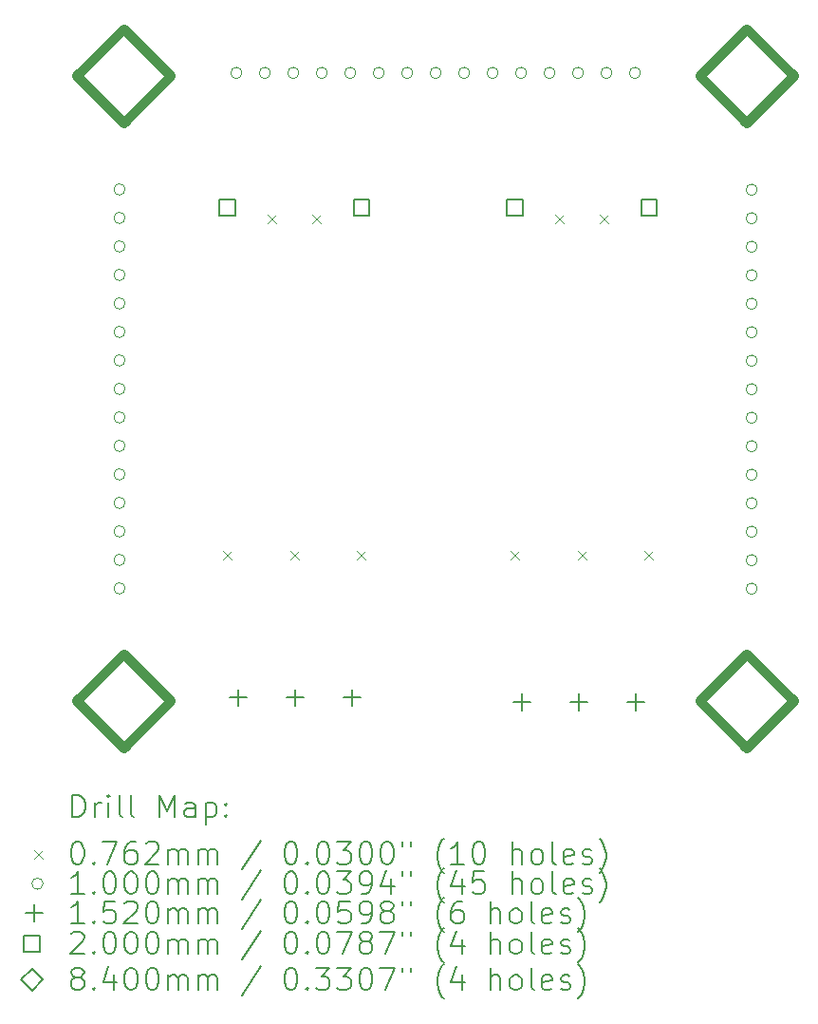
<source format=gbr>
%TF.GenerationSoftware,KiCad,Pcbnew,7.0.7*%
%TF.CreationDate,2024-04-01T01:32:36+05:30*%
%TF.ProjectId,GPIO_stack,4750494f-5f73-4746-9163-6b2e6b696361,rev?*%
%TF.SameCoordinates,Original*%
%TF.FileFunction,Drillmap*%
%TF.FilePolarity,Positive*%
%FSLAX45Y45*%
G04 Gerber Fmt 4.5, Leading zero omitted, Abs format (unit mm)*
G04 Created by KiCad (PCBNEW 7.0.7) date 2024-04-01 01:32:36*
%MOMM*%
%LPD*%
G01*
G04 APERTURE LIST*
%ADD10C,0.200000*%
%ADD11C,0.076200*%
%ADD12C,0.100000*%
%ADD13C,0.152000*%
%ADD14C,0.840000*%
G04 APERTURE END LIST*
D10*
D11*
X11110060Y-9677660D02*
X11186260Y-9753860D01*
X11186260Y-9677660D02*
X11110060Y-9753860D01*
X11510060Y-6677660D02*
X11586260Y-6753860D01*
X11586260Y-6677660D02*
X11510060Y-6753860D01*
X11710060Y-9677660D02*
X11786260Y-9753860D01*
X11786260Y-9677660D02*
X11710060Y-9753860D01*
X11910060Y-6677660D02*
X11986260Y-6753860D01*
X11986260Y-6677660D02*
X11910060Y-6753860D01*
X12310060Y-9677660D02*
X12386260Y-9753860D01*
X12386260Y-9677660D02*
X12310060Y-9753860D01*
X13675460Y-9677660D02*
X13751660Y-9753860D01*
X13751660Y-9677660D02*
X13675460Y-9753860D01*
X14075460Y-6677660D02*
X14151660Y-6753860D01*
X14151660Y-6677660D02*
X14075460Y-6753860D01*
X14275460Y-9677660D02*
X14351660Y-9753860D01*
X14351660Y-9677660D02*
X14275460Y-9753860D01*
X14475460Y-6677660D02*
X14551660Y-6753860D01*
X14551660Y-6677660D02*
X14475460Y-6753860D01*
X14875460Y-9677660D02*
X14951660Y-9753860D01*
X14951660Y-9677660D02*
X14875460Y-9753860D01*
D12*
X10239520Y-6454780D02*
G75*
G03*
X10239520Y-6454780I-50000J0D01*
G01*
X10239520Y-6708780D02*
G75*
G03*
X10239520Y-6708780I-50000J0D01*
G01*
X10239520Y-6962780D02*
G75*
G03*
X10239520Y-6962780I-50000J0D01*
G01*
X10239520Y-7216780D02*
G75*
G03*
X10239520Y-7216780I-50000J0D01*
G01*
X10239520Y-7470780D02*
G75*
G03*
X10239520Y-7470780I-50000J0D01*
G01*
X10239520Y-7724780D02*
G75*
G03*
X10239520Y-7724780I-50000J0D01*
G01*
X10239520Y-7978780D02*
G75*
G03*
X10239520Y-7978780I-50000J0D01*
G01*
X10239520Y-8232780D02*
G75*
G03*
X10239520Y-8232780I-50000J0D01*
G01*
X10239520Y-8486780D02*
G75*
G03*
X10239520Y-8486780I-50000J0D01*
G01*
X10239520Y-8740780D02*
G75*
G03*
X10239520Y-8740780I-50000J0D01*
G01*
X10239520Y-8994780D02*
G75*
G03*
X10239520Y-8994780I-50000J0D01*
G01*
X10239520Y-9248780D02*
G75*
G03*
X10239520Y-9248780I-50000J0D01*
G01*
X10239520Y-9502780D02*
G75*
G03*
X10239520Y-9502780I-50000J0D01*
G01*
X10239520Y-9756780D02*
G75*
G03*
X10239520Y-9756780I-50000J0D01*
G01*
X10239520Y-10010780D02*
G75*
G03*
X10239520Y-10010780I-50000J0D01*
G01*
X11282020Y-5416280D02*
G75*
G03*
X11282020Y-5416280I-50000J0D01*
G01*
X11536020Y-5416280D02*
G75*
G03*
X11536020Y-5416280I-50000J0D01*
G01*
X11790020Y-5416280D02*
G75*
G03*
X11790020Y-5416280I-50000J0D01*
G01*
X12044020Y-5416280D02*
G75*
G03*
X12044020Y-5416280I-50000J0D01*
G01*
X12298020Y-5416280D02*
G75*
G03*
X12298020Y-5416280I-50000J0D01*
G01*
X12552020Y-5416280D02*
G75*
G03*
X12552020Y-5416280I-50000J0D01*
G01*
X12806020Y-5416280D02*
G75*
G03*
X12806020Y-5416280I-50000J0D01*
G01*
X13060020Y-5416280D02*
G75*
G03*
X13060020Y-5416280I-50000J0D01*
G01*
X13314020Y-5416280D02*
G75*
G03*
X13314020Y-5416280I-50000J0D01*
G01*
X13568020Y-5416280D02*
G75*
G03*
X13568020Y-5416280I-50000J0D01*
G01*
X13822020Y-5416280D02*
G75*
G03*
X13822020Y-5416280I-50000J0D01*
G01*
X14076020Y-5416280D02*
G75*
G03*
X14076020Y-5416280I-50000J0D01*
G01*
X14330020Y-5416280D02*
G75*
G03*
X14330020Y-5416280I-50000J0D01*
G01*
X14584020Y-5416280D02*
G75*
G03*
X14584020Y-5416280I-50000J0D01*
G01*
X14838020Y-5416280D02*
G75*
G03*
X14838020Y-5416280I-50000J0D01*
G01*
X15879520Y-6457780D02*
G75*
G03*
X15879520Y-6457780I-50000J0D01*
G01*
X15879520Y-6711780D02*
G75*
G03*
X15879520Y-6711780I-50000J0D01*
G01*
X15879520Y-6965780D02*
G75*
G03*
X15879520Y-6965780I-50000J0D01*
G01*
X15879520Y-7219780D02*
G75*
G03*
X15879520Y-7219780I-50000J0D01*
G01*
X15879520Y-7473780D02*
G75*
G03*
X15879520Y-7473780I-50000J0D01*
G01*
X15879520Y-7727780D02*
G75*
G03*
X15879520Y-7727780I-50000J0D01*
G01*
X15879520Y-7981780D02*
G75*
G03*
X15879520Y-7981780I-50000J0D01*
G01*
X15879520Y-8235780D02*
G75*
G03*
X15879520Y-8235780I-50000J0D01*
G01*
X15879520Y-8489780D02*
G75*
G03*
X15879520Y-8489780I-50000J0D01*
G01*
X15879520Y-8743780D02*
G75*
G03*
X15879520Y-8743780I-50000J0D01*
G01*
X15879520Y-8997780D02*
G75*
G03*
X15879520Y-8997780I-50000J0D01*
G01*
X15879520Y-9251780D02*
G75*
G03*
X15879520Y-9251780I-50000J0D01*
G01*
X15879520Y-9505780D02*
G75*
G03*
X15879520Y-9505780I-50000J0D01*
G01*
X15879520Y-9759780D02*
G75*
G03*
X15879520Y-9759780I-50000J0D01*
G01*
X15879520Y-10013780D02*
G75*
G03*
X15879520Y-10013780I-50000J0D01*
G01*
D13*
X11244580Y-10909500D02*
X11244580Y-11061500D01*
X11168580Y-10985500D02*
X11320580Y-10985500D01*
X11752580Y-10909500D02*
X11752580Y-11061500D01*
X11676580Y-10985500D02*
X11828580Y-10985500D01*
X12260580Y-10909500D02*
X12260580Y-11061500D01*
X12184580Y-10985500D02*
X12336580Y-10985500D01*
X13779500Y-10947600D02*
X13779500Y-11099600D01*
X13703500Y-11023600D02*
X13855500Y-11023600D01*
X14287500Y-10947600D02*
X14287500Y-11099600D01*
X14211500Y-11023600D02*
X14363500Y-11023600D01*
X14795500Y-10947600D02*
X14795500Y-11099600D01*
X14719500Y-11023600D02*
X14871500Y-11023600D01*
D10*
X11218871Y-6686471D02*
X11218871Y-6545049D01*
X11077449Y-6545049D01*
X11077449Y-6686471D01*
X11218871Y-6686471D01*
X12418871Y-6686471D02*
X12418871Y-6545049D01*
X12277449Y-6545049D01*
X12277449Y-6686471D01*
X12418871Y-6686471D01*
X13784271Y-6686471D02*
X13784271Y-6545049D01*
X13642849Y-6545049D01*
X13642849Y-6686471D01*
X13784271Y-6686471D01*
X14984271Y-6686471D02*
X14984271Y-6545049D01*
X14842849Y-6545049D01*
X14842849Y-6686471D01*
X14984271Y-6686471D01*
D14*
X10229520Y-5866280D02*
X10649520Y-5446280D01*
X10229520Y-5026280D01*
X9809520Y-5446280D01*
X10229520Y-5866280D01*
X10229520Y-11436280D02*
X10649520Y-11016280D01*
X10229520Y-10596280D01*
X9809520Y-11016280D01*
X10229520Y-11436280D01*
X15789520Y-5867780D02*
X16209520Y-5447780D01*
X15789520Y-5027780D01*
X15369520Y-5447780D01*
X15789520Y-5867780D01*
X15789520Y-11436280D02*
X16209520Y-11016280D01*
X15789520Y-10596280D01*
X15369520Y-11016280D01*
X15789520Y-11436280D01*
D10*
X9767797Y-12050264D02*
X9767797Y-11850264D01*
X9767797Y-11850264D02*
X9815416Y-11850264D01*
X9815416Y-11850264D02*
X9843987Y-11859788D01*
X9843987Y-11859788D02*
X9863035Y-11878835D01*
X9863035Y-11878835D02*
X9872559Y-11897883D01*
X9872559Y-11897883D02*
X9882083Y-11935978D01*
X9882083Y-11935978D02*
X9882083Y-11964549D01*
X9882083Y-11964549D02*
X9872559Y-12002645D01*
X9872559Y-12002645D02*
X9863035Y-12021692D01*
X9863035Y-12021692D02*
X9843987Y-12040740D01*
X9843987Y-12040740D02*
X9815416Y-12050264D01*
X9815416Y-12050264D02*
X9767797Y-12050264D01*
X9967797Y-12050264D02*
X9967797Y-11916930D01*
X9967797Y-11955026D02*
X9977321Y-11935978D01*
X9977321Y-11935978D02*
X9986844Y-11926454D01*
X9986844Y-11926454D02*
X10005892Y-11916930D01*
X10005892Y-11916930D02*
X10024940Y-11916930D01*
X10091606Y-12050264D02*
X10091606Y-11916930D01*
X10091606Y-11850264D02*
X10082083Y-11859788D01*
X10082083Y-11859788D02*
X10091606Y-11869311D01*
X10091606Y-11869311D02*
X10101130Y-11859788D01*
X10101130Y-11859788D02*
X10091606Y-11850264D01*
X10091606Y-11850264D02*
X10091606Y-11869311D01*
X10215416Y-12050264D02*
X10196368Y-12040740D01*
X10196368Y-12040740D02*
X10186844Y-12021692D01*
X10186844Y-12021692D02*
X10186844Y-11850264D01*
X10320178Y-12050264D02*
X10301130Y-12040740D01*
X10301130Y-12040740D02*
X10291606Y-12021692D01*
X10291606Y-12021692D02*
X10291606Y-11850264D01*
X10548749Y-12050264D02*
X10548749Y-11850264D01*
X10548749Y-11850264D02*
X10615416Y-11993121D01*
X10615416Y-11993121D02*
X10682083Y-11850264D01*
X10682083Y-11850264D02*
X10682083Y-12050264D01*
X10863035Y-12050264D02*
X10863035Y-11945502D01*
X10863035Y-11945502D02*
X10853511Y-11926454D01*
X10853511Y-11926454D02*
X10834464Y-11916930D01*
X10834464Y-11916930D02*
X10796368Y-11916930D01*
X10796368Y-11916930D02*
X10777321Y-11926454D01*
X10863035Y-12040740D02*
X10843987Y-12050264D01*
X10843987Y-12050264D02*
X10796368Y-12050264D01*
X10796368Y-12050264D02*
X10777321Y-12040740D01*
X10777321Y-12040740D02*
X10767797Y-12021692D01*
X10767797Y-12021692D02*
X10767797Y-12002645D01*
X10767797Y-12002645D02*
X10777321Y-11983597D01*
X10777321Y-11983597D02*
X10796368Y-11974073D01*
X10796368Y-11974073D02*
X10843987Y-11974073D01*
X10843987Y-11974073D02*
X10863035Y-11964549D01*
X10958273Y-11916930D02*
X10958273Y-12116930D01*
X10958273Y-11926454D02*
X10977321Y-11916930D01*
X10977321Y-11916930D02*
X11015416Y-11916930D01*
X11015416Y-11916930D02*
X11034464Y-11926454D01*
X11034464Y-11926454D02*
X11043987Y-11935978D01*
X11043987Y-11935978D02*
X11053511Y-11955026D01*
X11053511Y-11955026D02*
X11053511Y-12012168D01*
X11053511Y-12012168D02*
X11043987Y-12031216D01*
X11043987Y-12031216D02*
X11034464Y-12040740D01*
X11034464Y-12040740D02*
X11015416Y-12050264D01*
X11015416Y-12050264D02*
X10977321Y-12050264D01*
X10977321Y-12050264D02*
X10958273Y-12040740D01*
X11139225Y-12031216D02*
X11148749Y-12040740D01*
X11148749Y-12040740D02*
X11139225Y-12050264D01*
X11139225Y-12050264D02*
X11129702Y-12040740D01*
X11129702Y-12040740D02*
X11139225Y-12031216D01*
X11139225Y-12031216D02*
X11139225Y-12050264D01*
X11139225Y-11926454D02*
X11148749Y-11935978D01*
X11148749Y-11935978D02*
X11139225Y-11945502D01*
X11139225Y-11945502D02*
X11129702Y-11935978D01*
X11129702Y-11935978D02*
X11139225Y-11926454D01*
X11139225Y-11926454D02*
X11139225Y-11945502D01*
D11*
X9430820Y-12340680D02*
X9507020Y-12416880D01*
X9507020Y-12340680D02*
X9430820Y-12416880D01*
D10*
X9805892Y-12270264D02*
X9824940Y-12270264D01*
X9824940Y-12270264D02*
X9843987Y-12279788D01*
X9843987Y-12279788D02*
X9853511Y-12289311D01*
X9853511Y-12289311D02*
X9863035Y-12308359D01*
X9863035Y-12308359D02*
X9872559Y-12346454D01*
X9872559Y-12346454D02*
X9872559Y-12394073D01*
X9872559Y-12394073D02*
X9863035Y-12432168D01*
X9863035Y-12432168D02*
X9853511Y-12451216D01*
X9853511Y-12451216D02*
X9843987Y-12460740D01*
X9843987Y-12460740D02*
X9824940Y-12470264D01*
X9824940Y-12470264D02*
X9805892Y-12470264D01*
X9805892Y-12470264D02*
X9786844Y-12460740D01*
X9786844Y-12460740D02*
X9777321Y-12451216D01*
X9777321Y-12451216D02*
X9767797Y-12432168D01*
X9767797Y-12432168D02*
X9758273Y-12394073D01*
X9758273Y-12394073D02*
X9758273Y-12346454D01*
X9758273Y-12346454D02*
X9767797Y-12308359D01*
X9767797Y-12308359D02*
X9777321Y-12289311D01*
X9777321Y-12289311D02*
X9786844Y-12279788D01*
X9786844Y-12279788D02*
X9805892Y-12270264D01*
X9958273Y-12451216D02*
X9967797Y-12460740D01*
X9967797Y-12460740D02*
X9958273Y-12470264D01*
X9958273Y-12470264D02*
X9948749Y-12460740D01*
X9948749Y-12460740D02*
X9958273Y-12451216D01*
X9958273Y-12451216D02*
X9958273Y-12470264D01*
X10034464Y-12270264D02*
X10167797Y-12270264D01*
X10167797Y-12270264D02*
X10082083Y-12470264D01*
X10329702Y-12270264D02*
X10291606Y-12270264D01*
X10291606Y-12270264D02*
X10272559Y-12279788D01*
X10272559Y-12279788D02*
X10263035Y-12289311D01*
X10263035Y-12289311D02*
X10243987Y-12317883D01*
X10243987Y-12317883D02*
X10234464Y-12355978D01*
X10234464Y-12355978D02*
X10234464Y-12432168D01*
X10234464Y-12432168D02*
X10243987Y-12451216D01*
X10243987Y-12451216D02*
X10253511Y-12460740D01*
X10253511Y-12460740D02*
X10272559Y-12470264D01*
X10272559Y-12470264D02*
X10310654Y-12470264D01*
X10310654Y-12470264D02*
X10329702Y-12460740D01*
X10329702Y-12460740D02*
X10339225Y-12451216D01*
X10339225Y-12451216D02*
X10348749Y-12432168D01*
X10348749Y-12432168D02*
X10348749Y-12384549D01*
X10348749Y-12384549D02*
X10339225Y-12365502D01*
X10339225Y-12365502D02*
X10329702Y-12355978D01*
X10329702Y-12355978D02*
X10310654Y-12346454D01*
X10310654Y-12346454D02*
X10272559Y-12346454D01*
X10272559Y-12346454D02*
X10253511Y-12355978D01*
X10253511Y-12355978D02*
X10243987Y-12365502D01*
X10243987Y-12365502D02*
X10234464Y-12384549D01*
X10424940Y-12289311D02*
X10434464Y-12279788D01*
X10434464Y-12279788D02*
X10453511Y-12270264D01*
X10453511Y-12270264D02*
X10501130Y-12270264D01*
X10501130Y-12270264D02*
X10520178Y-12279788D01*
X10520178Y-12279788D02*
X10529702Y-12289311D01*
X10529702Y-12289311D02*
X10539225Y-12308359D01*
X10539225Y-12308359D02*
X10539225Y-12327407D01*
X10539225Y-12327407D02*
X10529702Y-12355978D01*
X10529702Y-12355978D02*
X10415416Y-12470264D01*
X10415416Y-12470264D02*
X10539225Y-12470264D01*
X10624940Y-12470264D02*
X10624940Y-12336930D01*
X10624940Y-12355978D02*
X10634464Y-12346454D01*
X10634464Y-12346454D02*
X10653511Y-12336930D01*
X10653511Y-12336930D02*
X10682083Y-12336930D01*
X10682083Y-12336930D02*
X10701130Y-12346454D01*
X10701130Y-12346454D02*
X10710654Y-12365502D01*
X10710654Y-12365502D02*
X10710654Y-12470264D01*
X10710654Y-12365502D02*
X10720178Y-12346454D01*
X10720178Y-12346454D02*
X10739225Y-12336930D01*
X10739225Y-12336930D02*
X10767797Y-12336930D01*
X10767797Y-12336930D02*
X10786845Y-12346454D01*
X10786845Y-12346454D02*
X10796368Y-12365502D01*
X10796368Y-12365502D02*
X10796368Y-12470264D01*
X10891606Y-12470264D02*
X10891606Y-12336930D01*
X10891606Y-12355978D02*
X10901130Y-12346454D01*
X10901130Y-12346454D02*
X10920178Y-12336930D01*
X10920178Y-12336930D02*
X10948749Y-12336930D01*
X10948749Y-12336930D02*
X10967797Y-12346454D01*
X10967797Y-12346454D02*
X10977321Y-12365502D01*
X10977321Y-12365502D02*
X10977321Y-12470264D01*
X10977321Y-12365502D02*
X10986845Y-12346454D01*
X10986845Y-12346454D02*
X11005892Y-12336930D01*
X11005892Y-12336930D02*
X11034464Y-12336930D01*
X11034464Y-12336930D02*
X11053511Y-12346454D01*
X11053511Y-12346454D02*
X11063035Y-12365502D01*
X11063035Y-12365502D02*
X11063035Y-12470264D01*
X11453511Y-12260740D02*
X11282083Y-12517883D01*
X11710654Y-12270264D02*
X11729702Y-12270264D01*
X11729702Y-12270264D02*
X11748749Y-12279788D01*
X11748749Y-12279788D02*
X11758273Y-12289311D01*
X11758273Y-12289311D02*
X11767797Y-12308359D01*
X11767797Y-12308359D02*
X11777321Y-12346454D01*
X11777321Y-12346454D02*
X11777321Y-12394073D01*
X11777321Y-12394073D02*
X11767797Y-12432168D01*
X11767797Y-12432168D02*
X11758273Y-12451216D01*
X11758273Y-12451216D02*
X11748749Y-12460740D01*
X11748749Y-12460740D02*
X11729702Y-12470264D01*
X11729702Y-12470264D02*
X11710654Y-12470264D01*
X11710654Y-12470264D02*
X11691606Y-12460740D01*
X11691606Y-12460740D02*
X11682083Y-12451216D01*
X11682083Y-12451216D02*
X11672559Y-12432168D01*
X11672559Y-12432168D02*
X11663035Y-12394073D01*
X11663035Y-12394073D02*
X11663035Y-12346454D01*
X11663035Y-12346454D02*
X11672559Y-12308359D01*
X11672559Y-12308359D02*
X11682083Y-12289311D01*
X11682083Y-12289311D02*
X11691606Y-12279788D01*
X11691606Y-12279788D02*
X11710654Y-12270264D01*
X11863035Y-12451216D02*
X11872559Y-12460740D01*
X11872559Y-12460740D02*
X11863035Y-12470264D01*
X11863035Y-12470264D02*
X11853511Y-12460740D01*
X11853511Y-12460740D02*
X11863035Y-12451216D01*
X11863035Y-12451216D02*
X11863035Y-12470264D01*
X11996368Y-12270264D02*
X12015416Y-12270264D01*
X12015416Y-12270264D02*
X12034464Y-12279788D01*
X12034464Y-12279788D02*
X12043987Y-12289311D01*
X12043987Y-12289311D02*
X12053511Y-12308359D01*
X12053511Y-12308359D02*
X12063035Y-12346454D01*
X12063035Y-12346454D02*
X12063035Y-12394073D01*
X12063035Y-12394073D02*
X12053511Y-12432168D01*
X12053511Y-12432168D02*
X12043987Y-12451216D01*
X12043987Y-12451216D02*
X12034464Y-12460740D01*
X12034464Y-12460740D02*
X12015416Y-12470264D01*
X12015416Y-12470264D02*
X11996368Y-12470264D01*
X11996368Y-12470264D02*
X11977321Y-12460740D01*
X11977321Y-12460740D02*
X11967797Y-12451216D01*
X11967797Y-12451216D02*
X11958273Y-12432168D01*
X11958273Y-12432168D02*
X11948749Y-12394073D01*
X11948749Y-12394073D02*
X11948749Y-12346454D01*
X11948749Y-12346454D02*
X11958273Y-12308359D01*
X11958273Y-12308359D02*
X11967797Y-12289311D01*
X11967797Y-12289311D02*
X11977321Y-12279788D01*
X11977321Y-12279788D02*
X11996368Y-12270264D01*
X12129702Y-12270264D02*
X12253511Y-12270264D01*
X12253511Y-12270264D02*
X12186845Y-12346454D01*
X12186845Y-12346454D02*
X12215416Y-12346454D01*
X12215416Y-12346454D02*
X12234464Y-12355978D01*
X12234464Y-12355978D02*
X12243987Y-12365502D01*
X12243987Y-12365502D02*
X12253511Y-12384549D01*
X12253511Y-12384549D02*
X12253511Y-12432168D01*
X12253511Y-12432168D02*
X12243987Y-12451216D01*
X12243987Y-12451216D02*
X12234464Y-12460740D01*
X12234464Y-12460740D02*
X12215416Y-12470264D01*
X12215416Y-12470264D02*
X12158273Y-12470264D01*
X12158273Y-12470264D02*
X12139226Y-12460740D01*
X12139226Y-12460740D02*
X12129702Y-12451216D01*
X12377321Y-12270264D02*
X12396368Y-12270264D01*
X12396368Y-12270264D02*
X12415416Y-12279788D01*
X12415416Y-12279788D02*
X12424940Y-12289311D01*
X12424940Y-12289311D02*
X12434464Y-12308359D01*
X12434464Y-12308359D02*
X12443987Y-12346454D01*
X12443987Y-12346454D02*
X12443987Y-12394073D01*
X12443987Y-12394073D02*
X12434464Y-12432168D01*
X12434464Y-12432168D02*
X12424940Y-12451216D01*
X12424940Y-12451216D02*
X12415416Y-12460740D01*
X12415416Y-12460740D02*
X12396368Y-12470264D01*
X12396368Y-12470264D02*
X12377321Y-12470264D01*
X12377321Y-12470264D02*
X12358273Y-12460740D01*
X12358273Y-12460740D02*
X12348749Y-12451216D01*
X12348749Y-12451216D02*
X12339226Y-12432168D01*
X12339226Y-12432168D02*
X12329702Y-12394073D01*
X12329702Y-12394073D02*
X12329702Y-12346454D01*
X12329702Y-12346454D02*
X12339226Y-12308359D01*
X12339226Y-12308359D02*
X12348749Y-12289311D01*
X12348749Y-12289311D02*
X12358273Y-12279788D01*
X12358273Y-12279788D02*
X12377321Y-12270264D01*
X12567797Y-12270264D02*
X12586845Y-12270264D01*
X12586845Y-12270264D02*
X12605892Y-12279788D01*
X12605892Y-12279788D02*
X12615416Y-12289311D01*
X12615416Y-12289311D02*
X12624940Y-12308359D01*
X12624940Y-12308359D02*
X12634464Y-12346454D01*
X12634464Y-12346454D02*
X12634464Y-12394073D01*
X12634464Y-12394073D02*
X12624940Y-12432168D01*
X12624940Y-12432168D02*
X12615416Y-12451216D01*
X12615416Y-12451216D02*
X12605892Y-12460740D01*
X12605892Y-12460740D02*
X12586845Y-12470264D01*
X12586845Y-12470264D02*
X12567797Y-12470264D01*
X12567797Y-12470264D02*
X12548749Y-12460740D01*
X12548749Y-12460740D02*
X12539226Y-12451216D01*
X12539226Y-12451216D02*
X12529702Y-12432168D01*
X12529702Y-12432168D02*
X12520178Y-12394073D01*
X12520178Y-12394073D02*
X12520178Y-12346454D01*
X12520178Y-12346454D02*
X12529702Y-12308359D01*
X12529702Y-12308359D02*
X12539226Y-12289311D01*
X12539226Y-12289311D02*
X12548749Y-12279788D01*
X12548749Y-12279788D02*
X12567797Y-12270264D01*
X12710654Y-12270264D02*
X12710654Y-12308359D01*
X12786845Y-12270264D02*
X12786845Y-12308359D01*
X13082083Y-12546454D02*
X13072559Y-12536930D01*
X13072559Y-12536930D02*
X13053511Y-12508359D01*
X13053511Y-12508359D02*
X13043988Y-12489311D01*
X13043988Y-12489311D02*
X13034464Y-12460740D01*
X13034464Y-12460740D02*
X13024940Y-12413121D01*
X13024940Y-12413121D02*
X13024940Y-12375026D01*
X13024940Y-12375026D02*
X13034464Y-12327407D01*
X13034464Y-12327407D02*
X13043988Y-12298835D01*
X13043988Y-12298835D02*
X13053511Y-12279788D01*
X13053511Y-12279788D02*
X13072559Y-12251216D01*
X13072559Y-12251216D02*
X13082083Y-12241692D01*
X13263035Y-12470264D02*
X13148749Y-12470264D01*
X13205892Y-12470264D02*
X13205892Y-12270264D01*
X13205892Y-12270264D02*
X13186845Y-12298835D01*
X13186845Y-12298835D02*
X13167797Y-12317883D01*
X13167797Y-12317883D02*
X13148749Y-12327407D01*
X13386845Y-12270264D02*
X13405892Y-12270264D01*
X13405892Y-12270264D02*
X13424940Y-12279788D01*
X13424940Y-12279788D02*
X13434464Y-12289311D01*
X13434464Y-12289311D02*
X13443988Y-12308359D01*
X13443988Y-12308359D02*
X13453511Y-12346454D01*
X13453511Y-12346454D02*
X13453511Y-12394073D01*
X13453511Y-12394073D02*
X13443988Y-12432168D01*
X13443988Y-12432168D02*
X13434464Y-12451216D01*
X13434464Y-12451216D02*
X13424940Y-12460740D01*
X13424940Y-12460740D02*
X13405892Y-12470264D01*
X13405892Y-12470264D02*
X13386845Y-12470264D01*
X13386845Y-12470264D02*
X13367797Y-12460740D01*
X13367797Y-12460740D02*
X13358273Y-12451216D01*
X13358273Y-12451216D02*
X13348749Y-12432168D01*
X13348749Y-12432168D02*
X13339226Y-12394073D01*
X13339226Y-12394073D02*
X13339226Y-12346454D01*
X13339226Y-12346454D02*
X13348749Y-12308359D01*
X13348749Y-12308359D02*
X13358273Y-12289311D01*
X13358273Y-12289311D02*
X13367797Y-12279788D01*
X13367797Y-12279788D02*
X13386845Y-12270264D01*
X13691607Y-12470264D02*
X13691607Y-12270264D01*
X13777321Y-12470264D02*
X13777321Y-12365502D01*
X13777321Y-12365502D02*
X13767797Y-12346454D01*
X13767797Y-12346454D02*
X13748750Y-12336930D01*
X13748750Y-12336930D02*
X13720178Y-12336930D01*
X13720178Y-12336930D02*
X13701130Y-12346454D01*
X13701130Y-12346454D02*
X13691607Y-12355978D01*
X13901130Y-12470264D02*
X13882083Y-12460740D01*
X13882083Y-12460740D02*
X13872559Y-12451216D01*
X13872559Y-12451216D02*
X13863035Y-12432168D01*
X13863035Y-12432168D02*
X13863035Y-12375026D01*
X13863035Y-12375026D02*
X13872559Y-12355978D01*
X13872559Y-12355978D02*
X13882083Y-12346454D01*
X13882083Y-12346454D02*
X13901130Y-12336930D01*
X13901130Y-12336930D02*
X13929702Y-12336930D01*
X13929702Y-12336930D02*
X13948750Y-12346454D01*
X13948750Y-12346454D02*
X13958273Y-12355978D01*
X13958273Y-12355978D02*
X13967797Y-12375026D01*
X13967797Y-12375026D02*
X13967797Y-12432168D01*
X13967797Y-12432168D02*
X13958273Y-12451216D01*
X13958273Y-12451216D02*
X13948750Y-12460740D01*
X13948750Y-12460740D02*
X13929702Y-12470264D01*
X13929702Y-12470264D02*
X13901130Y-12470264D01*
X14082083Y-12470264D02*
X14063035Y-12460740D01*
X14063035Y-12460740D02*
X14053511Y-12441692D01*
X14053511Y-12441692D02*
X14053511Y-12270264D01*
X14234464Y-12460740D02*
X14215416Y-12470264D01*
X14215416Y-12470264D02*
X14177321Y-12470264D01*
X14177321Y-12470264D02*
X14158273Y-12460740D01*
X14158273Y-12460740D02*
X14148750Y-12441692D01*
X14148750Y-12441692D02*
X14148750Y-12365502D01*
X14148750Y-12365502D02*
X14158273Y-12346454D01*
X14158273Y-12346454D02*
X14177321Y-12336930D01*
X14177321Y-12336930D02*
X14215416Y-12336930D01*
X14215416Y-12336930D02*
X14234464Y-12346454D01*
X14234464Y-12346454D02*
X14243988Y-12365502D01*
X14243988Y-12365502D02*
X14243988Y-12384549D01*
X14243988Y-12384549D02*
X14148750Y-12403597D01*
X14320178Y-12460740D02*
X14339226Y-12470264D01*
X14339226Y-12470264D02*
X14377321Y-12470264D01*
X14377321Y-12470264D02*
X14396369Y-12460740D01*
X14396369Y-12460740D02*
X14405892Y-12441692D01*
X14405892Y-12441692D02*
X14405892Y-12432168D01*
X14405892Y-12432168D02*
X14396369Y-12413121D01*
X14396369Y-12413121D02*
X14377321Y-12403597D01*
X14377321Y-12403597D02*
X14348750Y-12403597D01*
X14348750Y-12403597D02*
X14329702Y-12394073D01*
X14329702Y-12394073D02*
X14320178Y-12375026D01*
X14320178Y-12375026D02*
X14320178Y-12365502D01*
X14320178Y-12365502D02*
X14329702Y-12346454D01*
X14329702Y-12346454D02*
X14348750Y-12336930D01*
X14348750Y-12336930D02*
X14377321Y-12336930D01*
X14377321Y-12336930D02*
X14396369Y-12346454D01*
X14472559Y-12546454D02*
X14482083Y-12536930D01*
X14482083Y-12536930D02*
X14501131Y-12508359D01*
X14501131Y-12508359D02*
X14510654Y-12489311D01*
X14510654Y-12489311D02*
X14520178Y-12460740D01*
X14520178Y-12460740D02*
X14529702Y-12413121D01*
X14529702Y-12413121D02*
X14529702Y-12375026D01*
X14529702Y-12375026D02*
X14520178Y-12327407D01*
X14520178Y-12327407D02*
X14510654Y-12298835D01*
X14510654Y-12298835D02*
X14501131Y-12279788D01*
X14501131Y-12279788D02*
X14482083Y-12251216D01*
X14482083Y-12251216D02*
X14472559Y-12241692D01*
D12*
X9507020Y-12642780D02*
G75*
G03*
X9507020Y-12642780I-50000J0D01*
G01*
D10*
X9872559Y-12734264D02*
X9758273Y-12734264D01*
X9815416Y-12734264D02*
X9815416Y-12534264D01*
X9815416Y-12534264D02*
X9796368Y-12562835D01*
X9796368Y-12562835D02*
X9777321Y-12581883D01*
X9777321Y-12581883D02*
X9758273Y-12591407D01*
X9958273Y-12715216D02*
X9967797Y-12724740D01*
X9967797Y-12724740D02*
X9958273Y-12734264D01*
X9958273Y-12734264D02*
X9948749Y-12724740D01*
X9948749Y-12724740D02*
X9958273Y-12715216D01*
X9958273Y-12715216D02*
X9958273Y-12734264D01*
X10091606Y-12534264D02*
X10110654Y-12534264D01*
X10110654Y-12534264D02*
X10129702Y-12543788D01*
X10129702Y-12543788D02*
X10139225Y-12553311D01*
X10139225Y-12553311D02*
X10148749Y-12572359D01*
X10148749Y-12572359D02*
X10158273Y-12610454D01*
X10158273Y-12610454D02*
X10158273Y-12658073D01*
X10158273Y-12658073D02*
X10148749Y-12696168D01*
X10148749Y-12696168D02*
X10139225Y-12715216D01*
X10139225Y-12715216D02*
X10129702Y-12724740D01*
X10129702Y-12724740D02*
X10110654Y-12734264D01*
X10110654Y-12734264D02*
X10091606Y-12734264D01*
X10091606Y-12734264D02*
X10072559Y-12724740D01*
X10072559Y-12724740D02*
X10063035Y-12715216D01*
X10063035Y-12715216D02*
X10053511Y-12696168D01*
X10053511Y-12696168D02*
X10043987Y-12658073D01*
X10043987Y-12658073D02*
X10043987Y-12610454D01*
X10043987Y-12610454D02*
X10053511Y-12572359D01*
X10053511Y-12572359D02*
X10063035Y-12553311D01*
X10063035Y-12553311D02*
X10072559Y-12543788D01*
X10072559Y-12543788D02*
X10091606Y-12534264D01*
X10282083Y-12534264D02*
X10301130Y-12534264D01*
X10301130Y-12534264D02*
X10320178Y-12543788D01*
X10320178Y-12543788D02*
X10329702Y-12553311D01*
X10329702Y-12553311D02*
X10339225Y-12572359D01*
X10339225Y-12572359D02*
X10348749Y-12610454D01*
X10348749Y-12610454D02*
X10348749Y-12658073D01*
X10348749Y-12658073D02*
X10339225Y-12696168D01*
X10339225Y-12696168D02*
X10329702Y-12715216D01*
X10329702Y-12715216D02*
X10320178Y-12724740D01*
X10320178Y-12724740D02*
X10301130Y-12734264D01*
X10301130Y-12734264D02*
X10282083Y-12734264D01*
X10282083Y-12734264D02*
X10263035Y-12724740D01*
X10263035Y-12724740D02*
X10253511Y-12715216D01*
X10253511Y-12715216D02*
X10243987Y-12696168D01*
X10243987Y-12696168D02*
X10234464Y-12658073D01*
X10234464Y-12658073D02*
X10234464Y-12610454D01*
X10234464Y-12610454D02*
X10243987Y-12572359D01*
X10243987Y-12572359D02*
X10253511Y-12553311D01*
X10253511Y-12553311D02*
X10263035Y-12543788D01*
X10263035Y-12543788D02*
X10282083Y-12534264D01*
X10472559Y-12534264D02*
X10491606Y-12534264D01*
X10491606Y-12534264D02*
X10510654Y-12543788D01*
X10510654Y-12543788D02*
X10520178Y-12553311D01*
X10520178Y-12553311D02*
X10529702Y-12572359D01*
X10529702Y-12572359D02*
X10539225Y-12610454D01*
X10539225Y-12610454D02*
X10539225Y-12658073D01*
X10539225Y-12658073D02*
X10529702Y-12696168D01*
X10529702Y-12696168D02*
X10520178Y-12715216D01*
X10520178Y-12715216D02*
X10510654Y-12724740D01*
X10510654Y-12724740D02*
X10491606Y-12734264D01*
X10491606Y-12734264D02*
X10472559Y-12734264D01*
X10472559Y-12734264D02*
X10453511Y-12724740D01*
X10453511Y-12724740D02*
X10443987Y-12715216D01*
X10443987Y-12715216D02*
X10434464Y-12696168D01*
X10434464Y-12696168D02*
X10424940Y-12658073D01*
X10424940Y-12658073D02*
X10424940Y-12610454D01*
X10424940Y-12610454D02*
X10434464Y-12572359D01*
X10434464Y-12572359D02*
X10443987Y-12553311D01*
X10443987Y-12553311D02*
X10453511Y-12543788D01*
X10453511Y-12543788D02*
X10472559Y-12534264D01*
X10624940Y-12734264D02*
X10624940Y-12600930D01*
X10624940Y-12619978D02*
X10634464Y-12610454D01*
X10634464Y-12610454D02*
X10653511Y-12600930D01*
X10653511Y-12600930D02*
X10682083Y-12600930D01*
X10682083Y-12600930D02*
X10701130Y-12610454D01*
X10701130Y-12610454D02*
X10710654Y-12629502D01*
X10710654Y-12629502D02*
X10710654Y-12734264D01*
X10710654Y-12629502D02*
X10720178Y-12610454D01*
X10720178Y-12610454D02*
X10739225Y-12600930D01*
X10739225Y-12600930D02*
X10767797Y-12600930D01*
X10767797Y-12600930D02*
X10786845Y-12610454D01*
X10786845Y-12610454D02*
X10796368Y-12629502D01*
X10796368Y-12629502D02*
X10796368Y-12734264D01*
X10891606Y-12734264D02*
X10891606Y-12600930D01*
X10891606Y-12619978D02*
X10901130Y-12610454D01*
X10901130Y-12610454D02*
X10920178Y-12600930D01*
X10920178Y-12600930D02*
X10948749Y-12600930D01*
X10948749Y-12600930D02*
X10967797Y-12610454D01*
X10967797Y-12610454D02*
X10977321Y-12629502D01*
X10977321Y-12629502D02*
X10977321Y-12734264D01*
X10977321Y-12629502D02*
X10986845Y-12610454D01*
X10986845Y-12610454D02*
X11005892Y-12600930D01*
X11005892Y-12600930D02*
X11034464Y-12600930D01*
X11034464Y-12600930D02*
X11053511Y-12610454D01*
X11053511Y-12610454D02*
X11063035Y-12629502D01*
X11063035Y-12629502D02*
X11063035Y-12734264D01*
X11453511Y-12524740D02*
X11282083Y-12781883D01*
X11710654Y-12534264D02*
X11729702Y-12534264D01*
X11729702Y-12534264D02*
X11748749Y-12543788D01*
X11748749Y-12543788D02*
X11758273Y-12553311D01*
X11758273Y-12553311D02*
X11767797Y-12572359D01*
X11767797Y-12572359D02*
X11777321Y-12610454D01*
X11777321Y-12610454D02*
X11777321Y-12658073D01*
X11777321Y-12658073D02*
X11767797Y-12696168D01*
X11767797Y-12696168D02*
X11758273Y-12715216D01*
X11758273Y-12715216D02*
X11748749Y-12724740D01*
X11748749Y-12724740D02*
X11729702Y-12734264D01*
X11729702Y-12734264D02*
X11710654Y-12734264D01*
X11710654Y-12734264D02*
X11691606Y-12724740D01*
X11691606Y-12724740D02*
X11682083Y-12715216D01*
X11682083Y-12715216D02*
X11672559Y-12696168D01*
X11672559Y-12696168D02*
X11663035Y-12658073D01*
X11663035Y-12658073D02*
X11663035Y-12610454D01*
X11663035Y-12610454D02*
X11672559Y-12572359D01*
X11672559Y-12572359D02*
X11682083Y-12553311D01*
X11682083Y-12553311D02*
X11691606Y-12543788D01*
X11691606Y-12543788D02*
X11710654Y-12534264D01*
X11863035Y-12715216D02*
X11872559Y-12724740D01*
X11872559Y-12724740D02*
X11863035Y-12734264D01*
X11863035Y-12734264D02*
X11853511Y-12724740D01*
X11853511Y-12724740D02*
X11863035Y-12715216D01*
X11863035Y-12715216D02*
X11863035Y-12734264D01*
X11996368Y-12534264D02*
X12015416Y-12534264D01*
X12015416Y-12534264D02*
X12034464Y-12543788D01*
X12034464Y-12543788D02*
X12043987Y-12553311D01*
X12043987Y-12553311D02*
X12053511Y-12572359D01*
X12053511Y-12572359D02*
X12063035Y-12610454D01*
X12063035Y-12610454D02*
X12063035Y-12658073D01*
X12063035Y-12658073D02*
X12053511Y-12696168D01*
X12053511Y-12696168D02*
X12043987Y-12715216D01*
X12043987Y-12715216D02*
X12034464Y-12724740D01*
X12034464Y-12724740D02*
X12015416Y-12734264D01*
X12015416Y-12734264D02*
X11996368Y-12734264D01*
X11996368Y-12734264D02*
X11977321Y-12724740D01*
X11977321Y-12724740D02*
X11967797Y-12715216D01*
X11967797Y-12715216D02*
X11958273Y-12696168D01*
X11958273Y-12696168D02*
X11948749Y-12658073D01*
X11948749Y-12658073D02*
X11948749Y-12610454D01*
X11948749Y-12610454D02*
X11958273Y-12572359D01*
X11958273Y-12572359D02*
X11967797Y-12553311D01*
X11967797Y-12553311D02*
X11977321Y-12543788D01*
X11977321Y-12543788D02*
X11996368Y-12534264D01*
X12129702Y-12534264D02*
X12253511Y-12534264D01*
X12253511Y-12534264D02*
X12186845Y-12610454D01*
X12186845Y-12610454D02*
X12215416Y-12610454D01*
X12215416Y-12610454D02*
X12234464Y-12619978D01*
X12234464Y-12619978D02*
X12243987Y-12629502D01*
X12243987Y-12629502D02*
X12253511Y-12648549D01*
X12253511Y-12648549D02*
X12253511Y-12696168D01*
X12253511Y-12696168D02*
X12243987Y-12715216D01*
X12243987Y-12715216D02*
X12234464Y-12724740D01*
X12234464Y-12724740D02*
X12215416Y-12734264D01*
X12215416Y-12734264D02*
X12158273Y-12734264D01*
X12158273Y-12734264D02*
X12139226Y-12724740D01*
X12139226Y-12724740D02*
X12129702Y-12715216D01*
X12348749Y-12734264D02*
X12386845Y-12734264D01*
X12386845Y-12734264D02*
X12405892Y-12724740D01*
X12405892Y-12724740D02*
X12415416Y-12715216D01*
X12415416Y-12715216D02*
X12434464Y-12686645D01*
X12434464Y-12686645D02*
X12443987Y-12648549D01*
X12443987Y-12648549D02*
X12443987Y-12572359D01*
X12443987Y-12572359D02*
X12434464Y-12553311D01*
X12434464Y-12553311D02*
X12424940Y-12543788D01*
X12424940Y-12543788D02*
X12405892Y-12534264D01*
X12405892Y-12534264D02*
X12367797Y-12534264D01*
X12367797Y-12534264D02*
X12348749Y-12543788D01*
X12348749Y-12543788D02*
X12339226Y-12553311D01*
X12339226Y-12553311D02*
X12329702Y-12572359D01*
X12329702Y-12572359D02*
X12329702Y-12619978D01*
X12329702Y-12619978D02*
X12339226Y-12639026D01*
X12339226Y-12639026D02*
X12348749Y-12648549D01*
X12348749Y-12648549D02*
X12367797Y-12658073D01*
X12367797Y-12658073D02*
X12405892Y-12658073D01*
X12405892Y-12658073D02*
X12424940Y-12648549D01*
X12424940Y-12648549D02*
X12434464Y-12639026D01*
X12434464Y-12639026D02*
X12443987Y-12619978D01*
X12615416Y-12600930D02*
X12615416Y-12734264D01*
X12567797Y-12524740D02*
X12520178Y-12667597D01*
X12520178Y-12667597D02*
X12643987Y-12667597D01*
X12710654Y-12534264D02*
X12710654Y-12572359D01*
X12786845Y-12534264D02*
X12786845Y-12572359D01*
X13082083Y-12810454D02*
X13072559Y-12800930D01*
X13072559Y-12800930D02*
X13053511Y-12772359D01*
X13053511Y-12772359D02*
X13043988Y-12753311D01*
X13043988Y-12753311D02*
X13034464Y-12724740D01*
X13034464Y-12724740D02*
X13024940Y-12677121D01*
X13024940Y-12677121D02*
X13024940Y-12639026D01*
X13024940Y-12639026D02*
X13034464Y-12591407D01*
X13034464Y-12591407D02*
X13043988Y-12562835D01*
X13043988Y-12562835D02*
X13053511Y-12543788D01*
X13053511Y-12543788D02*
X13072559Y-12515216D01*
X13072559Y-12515216D02*
X13082083Y-12505692D01*
X13243988Y-12600930D02*
X13243988Y-12734264D01*
X13196368Y-12524740D02*
X13148749Y-12667597D01*
X13148749Y-12667597D02*
X13272559Y-12667597D01*
X13443988Y-12534264D02*
X13348749Y-12534264D01*
X13348749Y-12534264D02*
X13339226Y-12629502D01*
X13339226Y-12629502D02*
X13348749Y-12619978D01*
X13348749Y-12619978D02*
X13367797Y-12610454D01*
X13367797Y-12610454D02*
X13415416Y-12610454D01*
X13415416Y-12610454D02*
X13434464Y-12619978D01*
X13434464Y-12619978D02*
X13443988Y-12629502D01*
X13443988Y-12629502D02*
X13453511Y-12648549D01*
X13453511Y-12648549D02*
X13453511Y-12696168D01*
X13453511Y-12696168D02*
X13443988Y-12715216D01*
X13443988Y-12715216D02*
X13434464Y-12724740D01*
X13434464Y-12724740D02*
X13415416Y-12734264D01*
X13415416Y-12734264D02*
X13367797Y-12734264D01*
X13367797Y-12734264D02*
X13348749Y-12724740D01*
X13348749Y-12724740D02*
X13339226Y-12715216D01*
X13691607Y-12734264D02*
X13691607Y-12534264D01*
X13777321Y-12734264D02*
X13777321Y-12629502D01*
X13777321Y-12629502D02*
X13767797Y-12610454D01*
X13767797Y-12610454D02*
X13748750Y-12600930D01*
X13748750Y-12600930D02*
X13720178Y-12600930D01*
X13720178Y-12600930D02*
X13701130Y-12610454D01*
X13701130Y-12610454D02*
X13691607Y-12619978D01*
X13901130Y-12734264D02*
X13882083Y-12724740D01*
X13882083Y-12724740D02*
X13872559Y-12715216D01*
X13872559Y-12715216D02*
X13863035Y-12696168D01*
X13863035Y-12696168D02*
X13863035Y-12639026D01*
X13863035Y-12639026D02*
X13872559Y-12619978D01*
X13872559Y-12619978D02*
X13882083Y-12610454D01*
X13882083Y-12610454D02*
X13901130Y-12600930D01*
X13901130Y-12600930D02*
X13929702Y-12600930D01*
X13929702Y-12600930D02*
X13948750Y-12610454D01*
X13948750Y-12610454D02*
X13958273Y-12619978D01*
X13958273Y-12619978D02*
X13967797Y-12639026D01*
X13967797Y-12639026D02*
X13967797Y-12696168D01*
X13967797Y-12696168D02*
X13958273Y-12715216D01*
X13958273Y-12715216D02*
X13948750Y-12724740D01*
X13948750Y-12724740D02*
X13929702Y-12734264D01*
X13929702Y-12734264D02*
X13901130Y-12734264D01*
X14082083Y-12734264D02*
X14063035Y-12724740D01*
X14063035Y-12724740D02*
X14053511Y-12705692D01*
X14053511Y-12705692D02*
X14053511Y-12534264D01*
X14234464Y-12724740D02*
X14215416Y-12734264D01*
X14215416Y-12734264D02*
X14177321Y-12734264D01*
X14177321Y-12734264D02*
X14158273Y-12724740D01*
X14158273Y-12724740D02*
X14148750Y-12705692D01*
X14148750Y-12705692D02*
X14148750Y-12629502D01*
X14148750Y-12629502D02*
X14158273Y-12610454D01*
X14158273Y-12610454D02*
X14177321Y-12600930D01*
X14177321Y-12600930D02*
X14215416Y-12600930D01*
X14215416Y-12600930D02*
X14234464Y-12610454D01*
X14234464Y-12610454D02*
X14243988Y-12629502D01*
X14243988Y-12629502D02*
X14243988Y-12648549D01*
X14243988Y-12648549D02*
X14148750Y-12667597D01*
X14320178Y-12724740D02*
X14339226Y-12734264D01*
X14339226Y-12734264D02*
X14377321Y-12734264D01*
X14377321Y-12734264D02*
X14396369Y-12724740D01*
X14396369Y-12724740D02*
X14405892Y-12705692D01*
X14405892Y-12705692D02*
X14405892Y-12696168D01*
X14405892Y-12696168D02*
X14396369Y-12677121D01*
X14396369Y-12677121D02*
X14377321Y-12667597D01*
X14377321Y-12667597D02*
X14348750Y-12667597D01*
X14348750Y-12667597D02*
X14329702Y-12658073D01*
X14329702Y-12658073D02*
X14320178Y-12639026D01*
X14320178Y-12639026D02*
X14320178Y-12629502D01*
X14320178Y-12629502D02*
X14329702Y-12610454D01*
X14329702Y-12610454D02*
X14348750Y-12600930D01*
X14348750Y-12600930D02*
X14377321Y-12600930D01*
X14377321Y-12600930D02*
X14396369Y-12610454D01*
X14472559Y-12810454D02*
X14482083Y-12800930D01*
X14482083Y-12800930D02*
X14501131Y-12772359D01*
X14501131Y-12772359D02*
X14510654Y-12753311D01*
X14510654Y-12753311D02*
X14520178Y-12724740D01*
X14520178Y-12724740D02*
X14529702Y-12677121D01*
X14529702Y-12677121D02*
X14529702Y-12639026D01*
X14529702Y-12639026D02*
X14520178Y-12591407D01*
X14520178Y-12591407D02*
X14510654Y-12562835D01*
X14510654Y-12562835D02*
X14501131Y-12543788D01*
X14501131Y-12543788D02*
X14482083Y-12515216D01*
X14482083Y-12515216D02*
X14472559Y-12505692D01*
D13*
X9431020Y-12830780D02*
X9431020Y-12982780D01*
X9355020Y-12906780D02*
X9507020Y-12906780D01*
D10*
X9872559Y-12998264D02*
X9758273Y-12998264D01*
X9815416Y-12998264D02*
X9815416Y-12798264D01*
X9815416Y-12798264D02*
X9796368Y-12826835D01*
X9796368Y-12826835D02*
X9777321Y-12845883D01*
X9777321Y-12845883D02*
X9758273Y-12855407D01*
X9958273Y-12979216D02*
X9967797Y-12988740D01*
X9967797Y-12988740D02*
X9958273Y-12998264D01*
X9958273Y-12998264D02*
X9948749Y-12988740D01*
X9948749Y-12988740D02*
X9958273Y-12979216D01*
X9958273Y-12979216D02*
X9958273Y-12998264D01*
X10148749Y-12798264D02*
X10053511Y-12798264D01*
X10053511Y-12798264D02*
X10043987Y-12893502D01*
X10043987Y-12893502D02*
X10053511Y-12883978D01*
X10053511Y-12883978D02*
X10072559Y-12874454D01*
X10072559Y-12874454D02*
X10120178Y-12874454D01*
X10120178Y-12874454D02*
X10139225Y-12883978D01*
X10139225Y-12883978D02*
X10148749Y-12893502D01*
X10148749Y-12893502D02*
X10158273Y-12912549D01*
X10158273Y-12912549D02*
X10158273Y-12960168D01*
X10158273Y-12960168D02*
X10148749Y-12979216D01*
X10148749Y-12979216D02*
X10139225Y-12988740D01*
X10139225Y-12988740D02*
X10120178Y-12998264D01*
X10120178Y-12998264D02*
X10072559Y-12998264D01*
X10072559Y-12998264D02*
X10053511Y-12988740D01*
X10053511Y-12988740D02*
X10043987Y-12979216D01*
X10234464Y-12817311D02*
X10243987Y-12807788D01*
X10243987Y-12807788D02*
X10263035Y-12798264D01*
X10263035Y-12798264D02*
X10310654Y-12798264D01*
X10310654Y-12798264D02*
X10329702Y-12807788D01*
X10329702Y-12807788D02*
X10339225Y-12817311D01*
X10339225Y-12817311D02*
X10348749Y-12836359D01*
X10348749Y-12836359D02*
X10348749Y-12855407D01*
X10348749Y-12855407D02*
X10339225Y-12883978D01*
X10339225Y-12883978D02*
X10224940Y-12998264D01*
X10224940Y-12998264D02*
X10348749Y-12998264D01*
X10472559Y-12798264D02*
X10491606Y-12798264D01*
X10491606Y-12798264D02*
X10510654Y-12807788D01*
X10510654Y-12807788D02*
X10520178Y-12817311D01*
X10520178Y-12817311D02*
X10529702Y-12836359D01*
X10529702Y-12836359D02*
X10539225Y-12874454D01*
X10539225Y-12874454D02*
X10539225Y-12922073D01*
X10539225Y-12922073D02*
X10529702Y-12960168D01*
X10529702Y-12960168D02*
X10520178Y-12979216D01*
X10520178Y-12979216D02*
X10510654Y-12988740D01*
X10510654Y-12988740D02*
X10491606Y-12998264D01*
X10491606Y-12998264D02*
X10472559Y-12998264D01*
X10472559Y-12998264D02*
X10453511Y-12988740D01*
X10453511Y-12988740D02*
X10443987Y-12979216D01*
X10443987Y-12979216D02*
X10434464Y-12960168D01*
X10434464Y-12960168D02*
X10424940Y-12922073D01*
X10424940Y-12922073D02*
X10424940Y-12874454D01*
X10424940Y-12874454D02*
X10434464Y-12836359D01*
X10434464Y-12836359D02*
X10443987Y-12817311D01*
X10443987Y-12817311D02*
X10453511Y-12807788D01*
X10453511Y-12807788D02*
X10472559Y-12798264D01*
X10624940Y-12998264D02*
X10624940Y-12864930D01*
X10624940Y-12883978D02*
X10634464Y-12874454D01*
X10634464Y-12874454D02*
X10653511Y-12864930D01*
X10653511Y-12864930D02*
X10682083Y-12864930D01*
X10682083Y-12864930D02*
X10701130Y-12874454D01*
X10701130Y-12874454D02*
X10710654Y-12893502D01*
X10710654Y-12893502D02*
X10710654Y-12998264D01*
X10710654Y-12893502D02*
X10720178Y-12874454D01*
X10720178Y-12874454D02*
X10739225Y-12864930D01*
X10739225Y-12864930D02*
X10767797Y-12864930D01*
X10767797Y-12864930D02*
X10786845Y-12874454D01*
X10786845Y-12874454D02*
X10796368Y-12893502D01*
X10796368Y-12893502D02*
X10796368Y-12998264D01*
X10891606Y-12998264D02*
X10891606Y-12864930D01*
X10891606Y-12883978D02*
X10901130Y-12874454D01*
X10901130Y-12874454D02*
X10920178Y-12864930D01*
X10920178Y-12864930D02*
X10948749Y-12864930D01*
X10948749Y-12864930D02*
X10967797Y-12874454D01*
X10967797Y-12874454D02*
X10977321Y-12893502D01*
X10977321Y-12893502D02*
X10977321Y-12998264D01*
X10977321Y-12893502D02*
X10986845Y-12874454D01*
X10986845Y-12874454D02*
X11005892Y-12864930D01*
X11005892Y-12864930D02*
X11034464Y-12864930D01*
X11034464Y-12864930D02*
X11053511Y-12874454D01*
X11053511Y-12874454D02*
X11063035Y-12893502D01*
X11063035Y-12893502D02*
X11063035Y-12998264D01*
X11453511Y-12788740D02*
X11282083Y-13045883D01*
X11710654Y-12798264D02*
X11729702Y-12798264D01*
X11729702Y-12798264D02*
X11748749Y-12807788D01*
X11748749Y-12807788D02*
X11758273Y-12817311D01*
X11758273Y-12817311D02*
X11767797Y-12836359D01*
X11767797Y-12836359D02*
X11777321Y-12874454D01*
X11777321Y-12874454D02*
X11777321Y-12922073D01*
X11777321Y-12922073D02*
X11767797Y-12960168D01*
X11767797Y-12960168D02*
X11758273Y-12979216D01*
X11758273Y-12979216D02*
X11748749Y-12988740D01*
X11748749Y-12988740D02*
X11729702Y-12998264D01*
X11729702Y-12998264D02*
X11710654Y-12998264D01*
X11710654Y-12998264D02*
X11691606Y-12988740D01*
X11691606Y-12988740D02*
X11682083Y-12979216D01*
X11682083Y-12979216D02*
X11672559Y-12960168D01*
X11672559Y-12960168D02*
X11663035Y-12922073D01*
X11663035Y-12922073D02*
X11663035Y-12874454D01*
X11663035Y-12874454D02*
X11672559Y-12836359D01*
X11672559Y-12836359D02*
X11682083Y-12817311D01*
X11682083Y-12817311D02*
X11691606Y-12807788D01*
X11691606Y-12807788D02*
X11710654Y-12798264D01*
X11863035Y-12979216D02*
X11872559Y-12988740D01*
X11872559Y-12988740D02*
X11863035Y-12998264D01*
X11863035Y-12998264D02*
X11853511Y-12988740D01*
X11853511Y-12988740D02*
X11863035Y-12979216D01*
X11863035Y-12979216D02*
X11863035Y-12998264D01*
X11996368Y-12798264D02*
X12015416Y-12798264D01*
X12015416Y-12798264D02*
X12034464Y-12807788D01*
X12034464Y-12807788D02*
X12043987Y-12817311D01*
X12043987Y-12817311D02*
X12053511Y-12836359D01*
X12053511Y-12836359D02*
X12063035Y-12874454D01*
X12063035Y-12874454D02*
X12063035Y-12922073D01*
X12063035Y-12922073D02*
X12053511Y-12960168D01*
X12053511Y-12960168D02*
X12043987Y-12979216D01*
X12043987Y-12979216D02*
X12034464Y-12988740D01*
X12034464Y-12988740D02*
X12015416Y-12998264D01*
X12015416Y-12998264D02*
X11996368Y-12998264D01*
X11996368Y-12998264D02*
X11977321Y-12988740D01*
X11977321Y-12988740D02*
X11967797Y-12979216D01*
X11967797Y-12979216D02*
X11958273Y-12960168D01*
X11958273Y-12960168D02*
X11948749Y-12922073D01*
X11948749Y-12922073D02*
X11948749Y-12874454D01*
X11948749Y-12874454D02*
X11958273Y-12836359D01*
X11958273Y-12836359D02*
X11967797Y-12817311D01*
X11967797Y-12817311D02*
X11977321Y-12807788D01*
X11977321Y-12807788D02*
X11996368Y-12798264D01*
X12243987Y-12798264D02*
X12148749Y-12798264D01*
X12148749Y-12798264D02*
X12139226Y-12893502D01*
X12139226Y-12893502D02*
X12148749Y-12883978D01*
X12148749Y-12883978D02*
X12167797Y-12874454D01*
X12167797Y-12874454D02*
X12215416Y-12874454D01*
X12215416Y-12874454D02*
X12234464Y-12883978D01*
X12234464Y-12883978D02*
X12243987Y-12893502D01*
X12243987Y-12893502D02*
X12253511Y-12912549D01*
X12253511Y-12912549D02*
X12253511Y-12960168D01*
X12253511Y-12960168D02*
X12243987Y-12979216D01*
X12243987Y-12979216D02*
X12234464Y-12988740D01*
X12234464Y-12988740D02*
X12215416Y-12998264D01*
X12215416Y-12998264D02*
X12167797Y-12998264D01*
X12167797Y-12998264D02*
X12148749Y-12988740D01*
X12148749Y-12988740D02*
X12139226Y-12979216D01*
X12348749Y-12998264D02*
X12386845Y-12998264D01*
X12386845Y-12998264D02*
X12405892Y-12988740D01*
X12405892Y-12988740D02*
X12415416Y-12979216D01*
X12415416Y-12979216D02*
X12434464Y-12950645D01*
X12434464Y-12950645D02*
X12443987Y-12912549D01*
X12443987Y-12912549D02*
X12443987Y-12836359D01*
X12443987Y-12836359D02*
X12434464Y-12817311D01*
X12434464Y-12817311D02*
X12424940Y-12807788D01*
X12424940Y-12807788D02*
X12405892Y-12798264D01*
X12405892Y-12798264D02*
X12367797Y-12798264D01*
X12367797Y-12798264D02*
X12348749Y-12807788D01*
X12348749Y-12807788D02*
X12339226Y-12817311D01*
X12339226Y-12817311D02*
X12329702Y-12836359D01*
X12329702Y-12836359D02*
X12329702Y-12883978D01*
X12329702Y-12883978D02*
X12339226Y-12903026D01*
X12339226Y-12903026D02*
X12348749Y-12912549D01*
X12348749Y-12912549D02*
X12367797Y-12922073D01*
X12367797Y-12922073D02*
X12405892Y-12922073D01*
X12405892Y-12922073D02*
X12424940Y-12912549D01*
X12424940Y-12912549D02*
X12434464Y-12903026D01*
X12434464Y-12903026D02*
X12443987Y-12883978D01*
X12558273Y-12883978D02*
X12539226Y-12874454D01*
X12539226Y-12874454D02*
X12529702Y-12864930D01*
X12529702Y-12864930D02*
X12520178Y-12845883D01*
X12520178Y-12845883D02*
X12520178Y-12836359D01*
X12520178Y-12836359D02*
X12529702Y-12817311D01*
X12529702Y-12817311D02*
X12539226Y-12807788D01*
X12539226Y-12807788D02*
X12558273Y-12798264D01*
X12558273Y-12798264D02*
X12596368Y-12798264D01*
X12596368Y-12798264D02*
X12615416Y-12807788D01*
X12615416Y-12807788D02*
X12624940Y-12817311D01*
X12624940Y-12817311D02*
X12634464Y-12836359D01*
X12634464Y-12836359D02*
X12634464Y-12845883D01*
X12634464Y-12845883D02*
X12624940Y-12864930D01*
X12624940Y-12864930D02*
X12615416Y-12874454D01*
X12615416Y-12874454D02*
X12596368Y-12883978D01*
X12596368Y-12883978D02*
X12558273Y-12883978D01*
X12558273Y-12883978D02*
X12539226Y-12893502D01*
X12539226Y-12893502D02*
X12529702Y-12903026D01*
X12529702Y-12903026D02*
X12520178Y-12922073D01*
X12520178Y-12922073D02*
X12520178Y-12960168D01*
X12520178Y-12960168D02*
X12529702Y-12979216D01*
X12529702Y-12979216D02*
X12539226Y-12988740D01*
X12539226Y-12988740D02*
X12558273Y-12998264D01*
X12558273Y-12998264D02*
X12596368Y-12998264D01*
X12596368Y-12998264D02*
X12615416Y-12988740D01*
X12615416Y-12988740D02*
X12624940Y-12979216D01*
X12624940Y-12979216D02*
X12634464Y-12960168D01*
X12634464Y-12960168D02*
X12634464Y-12922073D01*
X12634464Y-12922073D02*
X12624940Y-12903026D01*
X12624940Y-12903026D02*
X12615416Y-12893502D01*
X12615416Y-12893502D02*
X12596368Y-12883978D01*
X12710654Y-12798264D02*
X12710654Y-12836359D01*
X12786845Y-12798264D02*
X12786845Y-12836359D01*
X13082083Y-13074454D02*
X13072559Y-13064930D01*
X13072559Y-13064930D02*
X13053511Y-13036359D01*
X13053511Y-13036359D02*
X13043988Y-13017311D01*
X13043988Y-13017311D02*
X13034464Y-12988740D01*
X13034464Y-12988740D02*
X13024940Y-12941121D01*
X13024940Y-12941121D02*
X13024940Y-12903026D01*
X13024940Y-12903026D02*
X13034464Y-12855407D01*
X13034464Y-12855407D02*
X13043988Y-12826835D01*
X13043988Y-12826835D02*
X13053511Y-12807788D01*
X13053511Y-12807788D02*
X13072559Y-12779216D01*
X13072559Y-12779216D02*
X13082083Y-12769692D01*
X13243988Y-12798264D02*
X13205892Y-12798264D01*
X13205892Y-12798264D02*
X13186845Y-12807788D01*
X13186845Y-12807788D02*
X13177321Y-12817311D01*
X13177321Y-12817311D02*
X13158273Y-12845883D01*
X13158273Y-12845883D02*
X13148749Y-12883978D01*
X13148749Y-12883978D02*
X13148749Y-12960168D01*
X13148749Y-12960168D02*
X13158273Y-12979216D01*
X13158273Y-12979216D02*
X13167797Y-12988740D01*
X13167797Y-12988740D02*
X13186845Y-12998264D01*
X13186845Y-12998264D02*
X13224940Y-12998264D01*
X13224940Y-12998264D02*
X13243988Y-12988740D01*
X13243988Y-12988740D02*
X13253511Y-12979216D01*
X13253511Y-12979216D02*
X13263035Y-12960168D01*
X13263035Y-12960168D02*
X13263035Y-12912549D01*
X13263035Y-12912549D02*
X13253511Y-12893502D01*
X13253511Y-12893502D02*
X13243988Y-12883978D01*
X13243988Y-12883978D02*
X13224940Y-12874454D01*
X13224940Y-12874454D02*
X13186845Y-12874454D01*
X13186845Y-12874454D02*
X13167797Y-12883978D01*
X13167797Y-12883978D02*
X13158273Y-12893502D01*
X13158273Y-12893502D02*
X13148749Y-12912549D01*
X13501130Y-12998264D02*
X13501130Y-12798264D01*
X13586845Y-12998264D02*
X13586845Y-12893502D01*
X13586845Y-12893502D02*
X13577321Y-12874454D01*
X13577321Y-12874454D02*
X13558273Y-12864930D01*
X13558273Y-12864930D02*
X13529702Y-12864930D01*
X13529702Y-12864930D02*
X13510654Y-12874454D01*
X13510654Y-12874454D02*
X13501130Y-12883978D01*
X13710654Y-12998264D02*
X13691607Y-12988740D01*
X13691607Y-12988740D02*
X13682083Y-12979216D01*
X13682083Y-12979216D02*
X13672559Y-12960168D01*
X13672559Y-12960168D02*
X13672559Y-12903026D01*
X13672559Y-12903026D02*
X13682083Y-12883978D01*
X13682083Y-12883978D02*
X13691607Y-12874454D01*
X13691607Y-12874454D02*
X13710654Y-12864930D01*
X13710654Y-12864930D02*
X13739226Y-12864930D01*
X13739226Y-12864930D02*
X13758273Y-12874454D01*
X13758273Y-12874454D02*
X13767797Y-12883978D01*
X13767797Y-12883978D02*
X13777321Y-12903026D01*
X13777321Y-12903026D02*
X13777321Y-12960168D01*
X13777321Y-12960168D02*
X13767797Y-12979216D01*
X13767797Y-12979216D02*
X13758273Y-12988740D01*
X13758273Y-12988740D02*
X13739226Y-12998264D01*
X13739226Y-12998264D02*
X13710654Y-12998264D01*
X13891607Y-12998264D02*
X13872559Y-12988740D01*
X13872559Y-12988740D02*
X13863035Y-12969692D01*
X13863035Y-12969692D02*
X13863035Y-12798264D01*
X14043988Y-12988740D02*
X14024940Y-12998264D01*
X14024940Y-12998264D02*
X13986845Y-12998264D01*
X13986845Y-12998264D02*
X13967797Y-12988740D01*
X13967797Y-12988740D02*
X13958273Y-12969692D01*
X13958273Y-12969692D02*
X13958273Y-12893502D01*
X13958273Y-12893502D02*
X13967797Y-12874454D01*
X13967797Y-12874454D02*
X13986845Y-12864930D01*
X13986845Y-12864930D02*
X14024940Y-12864930D01*
X14024940Y-12864930D02*
X14043988Y-12874454D01*
X14043988Y-12874454D02*
X14053511Y-12893502D01*
X14053511Y-12893502D02*
X14053511Y-12912549D01*
X14053511Y-12912549D02*
X13958273Y-12931597D01*
X14129702Y-12988740D02*
X14148750Y-12998264D01*
X14148750Y-12998264D02*
X14186845Y-12998264D01*
X14186845Y-12998264D02*
X14205892Y-12988740D01*
X14205892Y-12988740D02*
X14215416Y-12969692D01*
X14215416Y-12969692D02*
X14215416Y-12960168D01*
X14215416Y-12960168D02*
X14205892Y-12941121D01*
X14205892Y-12941121D02*
X14186845Y-12931597D01*
X14186845Y-12931597D02*
X14158273Y-12931597D01*
X14158273Y-12931597D02*
X14139226Y-12922073D01*
X14139226Y-12922073D02*
X14129702Y-12903026D01*
X14129702Y-12903026D02*
X14129702Y-12893502D01*
X14129702Y-12893502D02*
X14139226Y-12874454D01*
X14139226Y-12874454D02*
X14158273Y-12864930D01*
X14158273Y-12864930D02*
X14186845Y-12864930D01*
X14186845Y-12864930D02*
X14205892Y-12874454D01*
X14282083Y-13074454D02*
X14291607Y-13064930D01*
X14291607Y-13064930D02*
X14310654Y-13036359D01*
X14310654Y-13036359D02*
X14320178Y-13017311D01*
X14320178Y-13017311D02*
X14329702Y-12988740D01*
X14329702Y-12988740D02*
X14339226Y-12941121D01*
X14339226Y-12941121D02*
X14339226Y-12903026D01*
X14339226Y-12903026D02*
X14329702Y-12855407D01*
X14329702Y-12855407D02*
X14320178Y-12826835D01*
X14320178Y-12826835D02*
X14310654Y-12807788D01*
X14310654Y-12807788D02*
X14291607Y-12779216D01*
X14291607Y-12779216D02*
X14282083Y-12769692D01*
X9477731Y-13249491D02*
X9477731Y-13108069D01*
X9336309Y-13108069D01*
X9336309Y-13249491D01*
X9477731Y-13249491D01*
X9758273Y-13089311D02*
X9767797Y-13079788D01*
X9767797Y-13079788D02*
X9786844Y-13070264D01*
X9786844Y-13070264D02*
X9834464Y-13070264D01*
X9834464Y-13070264D02*
X9853511Y-13079788D01*
X9853511Y-13079788D02*
X9863035Y-13089311D01*
X9863035Y-13089311D02*
X9872559Y-13108359D01*
X9872559Y-13108359D02*
X9872559Y-13127407D01*
X9872559Y-13127407D02*
X9863035Y-13155978D01*
X9863035Y-13155978D02*
X9748749Y-13270264D01*
X9748749Y-13270264D02*
X9872559Y-13270264D01*
X9958273Y-13251216D02*
X9967797Y-13260740D01*
X9967797Y-13260740D02*
X9958273Y-13270264D01*
X9958273Y-13270264D02*
X9948749Y-13260740D01*
X9948749Y-13260740D02*
X9958273Y-13251216D01*
X9958273Y-13251216D02*
X9958273Y-13270264D01*
X10091606Y-13070264D02*
X10110654Y-13070264D01*
X10110654Y-13070264D02*
X10129702Y-13079788D01*
X10129702Y-13079788D02*
X10139225Y-13089311D01*
X10139225Y-13089311D02*
X10148749Y-13108359D01*
X10148749Y-13108359D02*
X10158273Y-13146454D01*
X10158273Y-13146454D02*
X10158273Y-13194073D01*
X10158273Y-13194073D02*
X10148749Y-13232168D01*
X10148749Y-13232168D02*
X10139225Y-13251216D01*
X10139225Y-13251216D02*
X10129702Y-13260740D01*
X10129702Y-13260740D02*
X10110654Y-13270264D01*
X10110654Y-13270264D02*
X10091606Y-13270264D01*
X10091606Y-13270264D02*
X10072559Y-13260740D01*
X10072559Y-13260740D02*
X10063035Y-13251216D01*
X10063035Y-13251216D02*
X10053511Y-13232168D01*
X10053511Y-13232168D02*
X10043987Y-13194073D01*
X10043987Y-13194073D02*
X10043987Y-13146454D01*
X10043987Y-13146454D02*
X10053511Y-13108359D01*
X10053511Y-13108359D02*
X10063035Y-13089311D01*
X10063035Y-13089311D02*
X10072559Y-13079788D01*
X10072559Y-13079788D02*
X10091606Y-13070264D01*
X10282083Y-13070264D02*
X10301130Y-13070264D01*
X10301130Y-13070264D02*
X10320178Y-13079788D01*
X10320178Y-13079788D02*
X10329702Y-13089311D01*
X10329702Y-13089311D02*
X10339225Y-13108359D01*
X10339225Y-13108359D02*
X10348749Y-13146454D01*
X10348749Y-13146454D02*
X10348749Y-13194073D01*
X10348749Y-13194073D02*
X10339225Y-13232168D01*
X10339225Y-13232168D02*
X10329702Y-13251216D01*
X10329702Y-13251216D02*
X10320178Y-13260740D01*
X10320178Y-13260740D02*
X10301130Y-13270264D01*
X10301130Y-13270264D02*
X10282083Y-13270264D01*
X10282083Y-13270264D02*
X10263035Y-13260740D01*
X10263035Y-13260740D02*
X10253511Y-13251216D01*
X10253511Y-13251216D02*
X10243987Y-13232168D01*
X10243987Y-13232168D02*
X10234464Y-13194073D01*
X10234464Y-13194073D02*
X10234464Y-13146454D01*
X10234464Y-13146454D02*
X10243987Y-13108359D01*
X10243987Y-13108359D02*
X10253511Y-13089311D01*
X10253511Y-13089311D02*
X10263035Y-13079788D01*
X10263035Y-13079788D02*
X10282083Y-13070264D01*
X10472559Y-13070264D02*
X10491606Y-13070264D01*
X10491606Y-13070264D02*
X10510654Y-13079788D01*
X10510654Y-13079788D02*
X10520178Y-13089311D01*
X10520178Y-13089311D02*
X10529702Y-13108359D01*
X10529702Y-13108359D02*
X10539225Y-13146454D01*
X10539225Y-13146454D02*
X10539225Y-13194073D01*
X10539225Y-13194073D02*
X10529702Y-13232168D01*
X10529702Y-13232168D02*
X10520178Y-13251216D01*
X10520178Y-13251216D02*
X10510654Y-13260740D01*
X10510654Y-13260740D02*
X10491606Y-13270264D01*
X10491606Y-13270264D02*
X10472559Y-13270264D01*
X10472559Y-13270264D02*
X10453511Y-13260740D01*
X10453511Y-13260740D02*
X10443987Y-13251216D01*
X10443987Y-13251216D02*
X10434464Y-13232168D01*
X10434464Y-13232168D02*
X10424940Y-13194073D01*
X10424940Y-13194073D02*
X10424940Y-13146454D01*
X10424940Y-13146454D02*
X10434464Y-13108359D01*
X10434464Y-13108359D02*
X10443987Y-13089311D01*
X10443987Y-13089311D02*
X10453511Y-13079788D01*
X10453511Y-13079788D02*
X10472559Y-13070264D01*
X10624940Y-13270264D02*
X10624940Y-13136930D01*
X10624940Y-13155978D02*
X10634464Y-13146454D01*
X10634464Y-13146454D02*
X10653511Y-13136930D01*
X10653511Y-13136930D02*
X10682083Y-13136930D01*
X10682083Y-13136930D02*
X10701130Y-13146454D01*
X10701130Y-13146454D02*
X10710654Y-13165502D01*
X10710654Y-13165502D02*
X10710654Y-13270264D01*
X10710654Y-13165502D02*
X10720178Y-13146454D01*
X10720178Y-13146454D02*
X10739225Y-13136930D01*
X10739225Y-13136930D02*
X10767797Y-13136930D01*
X10767797Y-13136930D02*
X10786845Y-13146454D01*
X10786845Y-13146454D02*
X10796368Y-13165502D01*
X10796368Y-13165502D02*
X10796368Y-13270264D01*
X10891606Y-13270264D02*
X10891606Y-13136930D01*
X10891606Y-13155978D02*
X10901130Y-13146454D01*
X10901130Y-13146454D02*
X10920178Y-13136930D01*
X10920178Y-13136930D02*
X10948749Y-13136930D01*
X10948749Y-13136930D02*
X10967797Y-13146454D01*
X10967797Y-13146454D02*
X10977321Y-13165502D01*
X10977321Y-13165502D02*
X10977321Y-13270264D01*
X10977321Y-13165502D02*
X10986845Y-13146454D01*
X10986845Y-13146454D02*
X11005892Y-13136930D01*
X11005892Y-13136930D02*
X11034464Y-13136930D01*
X11034464Y-13136930D02*
X11053511Y-13146454D01*
X11053511Y-13146454D02*
X11063035Y-13165502D01*
X11063035Y-13165502D02*
X11063035Y-13270264D01*
X11453511Y-13060740D02*
X11282083Y-13317883D01*
X11710654Y-13070264D02*
X11729702Y-13070264D01*
X11729702Y-13070264D02*
X11748749Y-13079788D01*
X11748749Y-13079788D02*
X11758273Y-13089311D01*
X11758273Y-13089311D02*
X11767797Y-13108359D01*
X11767797Y-13108359D02*
X11777321Y-13146454D01*
X11777321Y-13146454D02*
X11777321Y-13194073D01*
X11777321Y-13194073D02*
X11767797Y-13232168D01*
X11767797Y-13232168D02*
X11758273Y-13251216D01*
X11758273Y-13251216D02*
X11748749Y-13260740D01*
X11748749Y-13260740D02*
X11729702Y-13270264D01*
X11729702Y-13270264D02*
X11710654Y-13270264D01*
X11710654Y-13270264D02*
X11691606Y-13260740D01*
X11691606Y-13260740D02*
X11682083Y-13251216D01*
X11682083Y-13251216D02*
X11672559Y-13232168D01*
X11672559Y-13232168D02*
X11663035Y-13194073D01*
X11663035Y-13194073D02*
X11663035Y-13146454D01*
X11663035Y-13146454D02*
X11672559Y-13108359D01*
X11672559Y-13108359D02*
X11682083Y-13089311D01*
X11682083Y-13089311D02*
X11691606Y-13079788D01*
X11691606Y-13079788D02*
X11710654Y-13070264D01*
X11863035Y-13251216D02*
X11872559Y-13260740D01*
X11872559Y-13260740D02*
X11863035Y-13270264D01*
X11863035Y-13270264D02*
X11853511Y-13260740D01*
X11853511Y-13260740D02*
X11863035Y-13251216D01*
X11863035Y-13251216D02*
X11863035Y-13270264D01*
X11996368Y-13070264D02*
X12015416Y-13070264D01*
X12015416Y-13070264D02*
X12034464Y-13079788D01*
X12034464Y-13079788D02*
X12043987Y-13089311D01*
X12043987Y-13089311D02*
X12053511Y-13108359D01*
X12053511Y-13108359D02*
X12063035Y-13146454D01*
X12063035Y-13146454D02*
X12063035Y-13194073D01*
X12063035Y-13194073D02*
X12053511Y-13232168D01*
X12053511Y-13232168D02*
X12043987Y-13251216D01*
X12043987Y-13251216D02*
X12034464Y-13260740D01*
X12034464Y-13260740D02*
X12015416Y-13270264D01*
X12015416Y-13270264D02*
X11996368Y-13270264D01*
X11996368Y-13270264D02*
X11977321Y-13260740D01*
X11977321Y-13260740D02*
X11967797Y-13251216D01*
X11967797Y-13251216D02*
X11958273Y-13232168D01*
X11958273Y-13232168D02*
X11948749Y-13194073D01*
X11948749Y-13194073D02*
X11948749Y-13146454D01*
X11948749Y-13146454D02*
X11958273Y-13108359D01*
X11958273Y-13108359D02*
X11967797Y-13089311D01*
X11967797Y-13089311D02*
X11977321Y-13079788D01*
X11977321Y-13079788D02*
X11996368Y-13070264D01*
X12129702Y-13070264D02*
X12263035Y-13070264D01*
X12263035Y-13070264D02*
X12177321Y-13270264D01*
X12367797Y-13155978D02*
X12348749Y-13146454D01*
X12348749Y-13146454D02*
X12339226Y-13136930D01*
X12339226Y-13136930D02*
X12329702Y-13117883D01*
X12329702Y-13117883D02*
X12329702Y-13108359D01*
X12329702Y-13108359D02*
X12339226Y-13089311D01*
X12339226Y-13089311D02*
X12348749Y-13079788D01*
X12348749Y-13079788D02*
X12367797Y-13070264D01*
X12367797Y-13070264D02*
X12405892Y-13070264D01*
X12405892Y-13070264D02*
X12424940Y-13079788D01*
X12424940Y-13079788D02*
X12434464Y-13089311D01*
X12434464Y-13089311D02*
X12443987Y-13108359D01*
X12443987Y-13108359D02*
X12443987Y-13117883D01*
X12443987Y-13117883D02*
X12434464Y-13136930D01*
X12434464Y-13136930D02*
X12424940Y-13146454D01*
X12424940Y-13146454D02*
X12405892Y-13155978D01*
X12405892Y-13155978D02*
X12367797Y-13155978D01*
X12367797Y-13155978D02*
X12348749Y-13165502D01*
X12348749Y-13165502D02*
X12339226Y-13175026D01*
X12339226Y-13175026D02*
X12329702Y-13194073D01*
X12329702Y-13194073D02*
X12329702Y-13232168D01*
X12329702Y-13232168D02*
X12339226Y-13251216D01*
X12339226Y-13251216D02*
X12348749Y-13260740D01*
X12348749Y-13260740D02*
X12367797Y-13270264D01*
X12367797Y-13270264D02*
X12405892Y-13270264D01*
X12405892Y-13270264D02*
X12424940Y-13260740D01*
X12424940Y-13260740D02*
X12434464Y-13251216D01*
X12434464Y-13251216D02*
X12443987Y-13232168D01*
X12443987Y-13232168D02*
X12443987Y-13194073D01*
X12443987Y-13194073D02*
X12434464Y-13175026D01*
X12434464Y-13175026D02*
X12424940Y-13165502D01*
X12424940Y-13165502D02*
X12405892Y-13155978D01*
X12510654Y-13070264D02*
X12643987Y-13070264D01*
X12643987Y-13070264D02*
X12558273Y-13270264D01*
X12710654Y-13070264D02*
X12710654Y-13108359D01*
X12786845Y-13070264D02*
X12786845Y-13108359D01*
X13082083Y-13346454D02*
X13072559Y-13336930D01*
X13072559Y-13336930D02*
X13053511Y-13308359D01*
X13053511Y-13308359D02*
X13043988Y-13289311D01*
X13043988Y-13289311D02*
X13034464Y-13260740D01*
X13034464Y-13260740D02*
X13024940Y-13213121D01*
X13024940Y-13213121D02*
X13024940Y-13175026D01*
X13024940Y-13175026D02*
X13034464Y-13127407D01*
X13034464Y-13127407D02*
X13043988Y-13098835D01*
X13043988Y-13098835D02*
X13053511Y-13079788D01*
X13053511Y-13079788D02*
X13072559Y-13051216D01*
X13072559Y-13051216D02*
X13082083Y-13041692D01*
X13243988Y-13136930D02*
X13243988Y-13270264D01*
X13196368Y-13060740D02*
X13148749Y-13203597D01*
X13148749Y-13203597D02*
X13272559Y-13203597D01*
X13501130Y-13270264D02*
X13501130Y-13070264D01*
X13586845Y-13270264D02*
X13586845Y-13165502D01*
X13586845Y-13165502D02*
X13577321Y-13146454D01*
X13577321Y-13146454D02*
X13558273Y-13136930D01*
X13558273Y-13136930D02*
X13529702Y-13136930D01*
X13529702Y-13136930D02*
X13510654Y-13146454D01*
X13510654Y-13146454D02*
X13501130Y-13155978D01*
X13710654Y-13270264D02*
X13691607Y-13260740D01*
X13691607Y-13260740D02*
X13682083Y-13251216D01*
X13682083Y-13251216D02*
X13672559Y-13232168D01*
X13672559Y-13232168D02*
X13672559Y-13175026D01*
X13672559Y-13175026D02*
X13682083Y-13155978D01*
X13682083Y-13155978D02*
X13691607Y-13146454D01*
X13691607Y-13146454D02*
X13710654Y-13136930D01*
X13710654Y-13136930D02*
X13739226Y-13136930D01*
X13739226Y-13136930D02*
X13758273Y-13146454D01*
X13758273Y-13146454D02*
X13767797Y-13155978D01*
X13767797Y-13155978D02*
X13777321Y-13175026D01*
X13777321Y-13175026D02*
X13777321Y-13232168D01*
X13777321Y-13232168D02*
X13767797Y-13251216D01*
X13767797Y-13251216D02*
X13758273Y-13260740D01*
X13758273Y-13260740D02*
X13739226Y-13270264D01*
X13739226Y-13270264D02*
X13710654Y-13270264D01*
X13891607Y-13270264D02*
X13872559Y-13260740D01*
X13872559Y-13260740D02*
X13863035Y-13241692D01*
X13863035Y-13241692D02*
X13863035Y-13070264D01*
X14043988Y-13260740D02*
X14024940Y-13270264D01*
X14024940Y-13270264D02*
X13986845Y-13270264D01*
X13986845Y-13270264D02*
X13967797Y-13260740D01*
X13967797Y-13260740D02*
X13958273Y-13241692D01*
X13958273Y-13241692D02*
X13958273Y-13165502D01*
X13958273Y-13165502D02*
X13967797Y-13146454D01*
X13967797Y-13146454D02*
X13986845Y-13136930D01*
X13986845Y-13136930D02*
X14024940Y-13136930D01*
X14024940Y-13136930D02*
X14043988Y-13146454D01*
X14043988Y-13146454D02*
X14053511Y-13165502D01*
X14053511Y-13165502D02*
X14053511Y-13184549D01*
X14053511Y-13184549D02*
X13958273Y-13203597D01*
X14129702Y-13260740D02*
X14148750Y-13270264D01*
X14148750Y-13270264D02*
X14186845Y-13270264D01*
X14186845Y-13270264D02*
X14205892Y-13260740D01*
X14205892Y-13260740D02*
X14215416Y-13241692D01*
X14215416Y-13241692D02*
X14215416Y-13232168D01*
X14215416Y-13232168D02*
X14205892Y-13213121D01*
X14205892Y-13213121D02*
X14186845Y-13203597D01*
X14186845Y-13203597D02*
X14158273Y-13203597D01*
X14158273Y-13203597D02*
X14139226Y-13194073D01*
X14139226Y-13194073D02*
X14129702Y-13175026D01*
X14129702Y-13175026D02*
X14129702Y-13165502D01*
X14129702Y-13165502D02*
X14139226Y-13146454D01*
X14139226Y-13146454D02*
X14158273Y-13136930D01*
X14158273Y-13136930D02*
X14186845Y-13136930D01*
X14186845Y-13136930D02*
X14205892Y-13146454D01*
X14282083Y-13346454D02*
X14291607Y-13336930D01*
X14291607Y-13336930D02*
X14310654Y-13308359D01*
X14310654Y-13308359D02*
X14320178Y-13289311D01*
X14320178Y-13289311D02*
X14329702Y-13260740D01*
X14329702Y-13260740D02*
X14339226Y-13213121D01*
X14339226Y-13213121D02*
X14339226Y-13175026D01*
X14339226Y-13175026D02*
X14329702Y-13127407D01*
X14329702Y-13127407D02*
X14320178Y-13098835D01*
X14320178Y-13098835D02*
X14310654Y-13079788D01*
X14310654Y-13079788D02*
X14291607Y-13051216D01*
X14291607Y-13051216D02*
X14282083Y-13041692D01*
X9407020Y-13598780D02*
X9507020Y-13498780D01*
X9407020Y-13398780D01*
X9307020Y-13498780D01*
X9407020Y-13598780D01*
X9796368Y-13475978D02*
X9777321Y-13466454D01*
X9777321Y-13466454D02*
X9767797Y-13456930D01*
X9767797Y-13456930D02*
X9758273Y-13437883D01*
X9758273Y-13437883D02*
X9758273Y-13428359D01*
X9758273Y-13428359D02*
X9767797Y-13409311D01*
X9767797Y-13409311D02*
X9777321Y-13399788D01*
X9777321Y-13399788D02*
X9796368Y-13390264D01*
X9796368Y-13390264D02*
X9834464Y-13390264D01*
X9834464Y-13390264D02*
X9853511Y-13399788D01*
X9853511Y-13399788D02*
X9863035Y-13409311D01*
X9863035Y-13409311D02*
X9872559Y-13428359D01*
X9872559Y-13428359D02*
X9872559Y-13437883D01*
X9872559Y-13437883D02*
X9863035Y-13456930D01*
X9863035Y-13456930D02*
X9853511Y-13466454D01*
X9853511Y-13466454D02*
X9834464Y-13475978D01*
X9834464Y-13475978D02*
X9796368Y-13475978D01*
X9796368Y-13475978D02*
X9777321Y-13485502D01*
X9777321Y-13485502D02*
X9767797Y-13495026D01*
X9767797Y-13495026D02*
X9758273Y-13514073D01*
X9758273Y-13514073D02*
X9758273Y-13552168D01*
X9758273Y-13552168D02*
X9767797Y-13571216D01*
X9767797Y-13571216D02*
X9777321Y-13580740D01*
X9777321Y-13580740D02*
X9796368Y-13590264D01*
X9796368Y-13590264D02*
X9834464Y-13590264D01*
X9834464Y-13590264D02*
X9853511Y-13580740D01*
X9853511Y-13580740D02*
X9863035Y-13571216D01*
X9863035Y-13571216D02*
X9872559Y-13552168D01*
X9872559Y-13552168D02*
X9872559Y-13514073D01*
X9872559Y-13514073D02*
X9863035Y-13495026D01*
X9863035Y-13495026D02*
X9853511Y-13485502D01*
X9853511Y-13485502D02*
X9834464Y-13475978D01*
X9958273Y-13571216D02*
X9967797Y-13580740D01*
X9967797Y-13580740D02*
X9958273Y-13590264D01*
X9958273Y-13590264D02*
X9948749Y-13580740D01*
X9948749Y-13580740D02*
X9958273Y-13571216D01*
X9958273Y-13571216D02*
X9958273Y-13590264D01*
X10139225Y-13456930D02*
X10139225Y-13590264D01*
X10091606Y-13380740D02*
X10043987Y-13523597D01*
X10043987Y-13523597D02*
X10167797Y-13523597D01*
X10282083Y-13390264D02*
X10301130Y-13390264D01*
X10301130Y-13390264D02*
X10320178Y-13399788D01*
X10320178Y-13399788D02*
X10329702Y-13409311D01*
X10329702Y-13409311D02*
X10339225Y-13428359D01*
X10339225Y-13428359D02*
X10348749Y-13466454D01*
X10348749Y-13466454D02*
X10348749Y-13514073D01*
X10348749Y-13514073D02*
X10339225Y-13552168D01*
X10339225Y-13552168D02*
X10329702Y-13571216D01*
X10329702Y-13571216D02*
X10320178Y-13580740D01*
X10320178Y-13580740D02*
X10301130Y-13590264D01*
X10301130Y-13590264D02*
X10282083Y-13590264D01*
X10282083Y-13590264D02*
X10263035Y-13580740D01*
X10263035Y-13580740D02*
X10253511Y-13571216D01*
X10253511Y-13571216D02*
X10243987Y-13552168D01*
X10243987Y-13552168D02*
X10234464Y-13514073D01*
X10234464Y-13514073D02*
X10234464Y-13466454D01*
X10234464Y-13466454D02*
X10243987Y-13428359D01*
X10243987Y-13428359D02*
X10253511Y-13409311D01*
X10253511Y-13409311D02*
X10263035Y-13399788D01*
X10263035Y-13399788D02*
X10282083Y-13390264D01*
X10472559Y-13390264D02*
X10491606Y-13390264D01*
X10491606Y-13390264D02*
X10510654Y-13399788D01*
X10510654Y-13399788D02*
X10520178Y-13409311D01*
X10520178Y-13409311D02*
X10529702Y-13428359D01*
X10529702Y-13428359D02*
X10539225Y-13466454D01*
X10539225Y-13466454D02*
X10539225Y-13514073D01*
X10539225Y-13514073D02*
X10529702Y-13552168D01*
X10529702Y-13552168D02*
X10520178Y-13571216D01*
X10520178Y-13571216D02*
X10510654Y-13580740D01*
X10510654Y-13580740D02*
X10491606Y-13590264D01*
X10491606Y-13590264D02*
X10472559Y-13590264D01*
X10472559Y-13590264D02*
X10453511Y-13580740D01*
X10453511Y-13580740D02*
X10443987Y-13571216D01*
X10443987Y-13571216D02*
X10434464Y-13552168D01*
X10434464Y-13552168D02*
X10424940Y-13514073D01*
X10424940Y-13514073D02*
X10424940Y-13466454D01*
X10424940Y-13466454D02*
X10434464Y-13428359D01*
X10434464Y-13428359D02*
X10443987Y-13409311D01*
X10443987Y-13409311D02*
X10453511Y-13399788D01*
X10453511Y-13399788D02*
X10472559Y-13390264D01*
X10624940Y-13590264D02*
X10624940Y-13456930D01*
X10624940Y-13475978D02*
X10634464Y-13466454D01*
X10634464Y-13466454D02*
X10653511Y-13456930D01*
X10653511Y-13456930D02*
X10682083Y-13456930D01*
X10682083Y-13456930D02*
X10701130Y-13466454D01*
X10701130Y-13466454D02*
X10710654Y-13485502D01*
X10710654Y-13485502D02*
X10710654Y-13590264D01*
X10710654Y-13485502D02*
X10720178Y-13466454D01*
X10720178Y-13466454D02*
X10739225Y-13456930D01*
X10739225Y-13456930D02*
X10767797Y-13456930D01*
X10767797Y-13456930D02*
X10786845Y-13466454D01*
X10786845Y-13466454D02*
X10796368Y-13485502D01*
X10796368Y-13485502D02*
X10796368Y-13590264D01*
X10891606Y-13590264D02*
X10891606Y-13456930D01*
X10891606Y-13475978D02*
X10901130Y-13466454D01*
X10901130Y-13466454D02*
X10920178Y-13456930D01*
X10920178Y-13456930D02*
X10948749Y-13456930D01*
X10948749Y-13456930D02*
X10967797Y-13466454D01*
X10967797Y-13466454D02*
X10977321Y-13485502D01*
X10977321Y-13485502D02*
X10977321Y-13590264D01*
X10977321Y-13485502D02*
X10986845Y-13466454D01*
X10986845Y-13466454D02*
X11005892Y-13456930D01*
X11005892Y-13456930D02*
X11034464Y-13456930D01*
X11034464Y-13456930D02*
X11053511Y-13466454D01*
X11053511Y-13466454D02*
X11063035Y-13485502D01*
X11063035Y-13485502D02*
X11063035Y-13590264D01*
X11453511Y-13380740D02*
X11282083Y-13637883D01*
X11710654Y-13390264D02*
X11729702Y-13390264D01*
X11729702Y-13390264D02*
X11748749Y-13399788D01*
X11748749Y-13399788D02*
X11758273Y-13409311D01*
X11758273Y-13409311D02*
X11767797Y-13428359D01*
X11767797Y-13428359D02*
X11777321Y-13466454D01*
X11777321Y-13466454D02*
X11777321Y-13514073D01*
X11777321Y-13514073D02*
X11767797Y-13552168D01*
X11767797Y-13552168D02*
X11758273Y-13571216D01*
X11758273Y-13571216D02*
X11748749Y-13580740D01*
X11748749Y-13580740D02*
X11729702Y-13590264D01*
X11729702Y-13590264D02*
X11710654Y-13590264D01*
X11710654Y-13590264D02*
X11691606Y-13580740D01*
X11691606Y-13580740D02*
X11682083Y-13571216D01*
X11682083Y-13571216D02*
X11672559Y-13552168D01*
X11672559Y-13552168D02*
X11663035Y-13514073D01*
X11663035Y-13514073D02*
X11663035Y-13466454D01*
X11663035Y-13466454D02*
X11672559Y-13428359D01*
X11672559Y-13428359D02*
X11682083Y-13409311D01*
X11682083Y-13409311D02*
X11691606Y-13399788D01*
X11691606Y-13399788D02*
X11710654Y-13390264D01*
X11863035Y-13571216D02*
X11872559Y-13580740D01*
X11872559Y-13580740D02*
X11863035Y-13590264D01*
X11863035Y-13590264D02*
X11853511Y-13580740D01*
X11853511Y-13580740D02*
X11863035Y-13571216D01*
X11863035Y-13571216D02*
X11863035Y-13590264D01*
X11939226Y-13390264D02*
X12063035Y-13390264D01*
X12063035Y-13390264D02*
X11996368Y-13466454D01*
X11996368Y-13466454D02*
X12024940Y-13466454D01*
X12024940Y-13466454D02*
X12043987Y-13475978D01*
X12043987Y-13475978D02*
X12053511Y-13485502D01*
X12053511Y-13485502D02*
X12063035Y-13504549D01*
X12063035Y-13504549D02*
X12063035Y-13552168D01*
X12063035Y-13552168D02*
X12053511Y-13571216D01*
X12053511Y-13571216D02*
X12043987Y-13580740D01*
X12043987Y-13580740D02*
X12024940Y-13590264D01*
X12024940Y-13590264D02*
X11967797Y-13590264D01*
X11967797Y-13590264D02*
X11948749Y-13580740D01*
X11948749Y-13580740D02*
X11939226Y-13571216D01*
X12129702Y-13390264D02*
X12253511Y-13390264D01*
X12253511Y-13390264D02*
X12186845Y-13466454D01*
X12186845Y-13466454D02*
X12215416Y-13466454D01*
X12215416Y-13466454D02*
X12234464Y-13475978D01*
X12234464Y-13475978D02*
X12243987Y-13485502D01*
X12243987Y-13485502D02*
X12253511Y-13504549D01*
X12253511Y-13504549D02*
X12253511Y-13552168D01*
X12253511Y-13552168D02*
X12243987Y-13571216D01*
X12243987Y-13571216D02*
X12234464Y-13580740D01*
X12234464Y-13580740D02*
X12215416Y-13590264D01*
X12215416Y-13590264D02*
X12158273Y-13590264D01*
X12158273Y-13590264D02*
X12139226Y-13580740D01*
X12139226Y-13580740D02*
X12129702Y-13571216D01*
X12377321Y-13390264D02*
X12396368Y-13390264D01*
X12396368Y-13390264D02*
X12415416Y-13399788D01*
X12415416Y-13399788D02*
X12424940Y-13409311D01*
X12424940Y-13409311D02*
X12434464Y-13428359D01*
X12434464Y-13428359D02*
X12443987Y-13466454D01*
X12443987Y-13466454D02*
X12443987Y-13514073D01*
X12443987Y-13514073D02*
X12434464Y-13552168D01*
X12434464Y-13552168D02*
X12424940Y-13571216D01*
X12424940Y-13571216D02*
X12415416Y-13580740D01*
X12415416Y-13580740D02*
X12396368Y-13590264D01*
X12396368Y-13590264D02*
X12377321Y-13590264D01*
X12377321Y-13590264D02*
X12358273Y-13580740D01*
X12358273Y-13580740D02*
X12348749Y-13571216D01*
X12348749Y-13571216D02*
X12339226Y-13552168D01*
X12339226Y-13552168D02*
X12329702Y-13514073D01*
X12329702Y-13514073D02*
X12329702Y-13466454D01*
X12329702Y-13466454D02*
X12339226Y-13428359D01*
X12339226Y-13428359D02*
X12348749Y-13409311D01*
X12348749Y-13409311D02*
X12358273Y-13399788D01*
X12358273Y-13399788D02*
X12377321Y-13390264D01*
X12510654Y-13390264D02*
X12643987Y-13390264D01*
X12643987Y-13390264D02*
X12558273Y-13590264D01*
X12710654Y-13390264D02*
X12710654Y-13428359D01*
X12786845Y-13390264D02*
X12786845Y-13428359D01*
X13082083Y-13666454D02*
X13072559Y-13656930D01*
X13072559Y-13656930D02*
X13053511Y-13628359D01*
X13053511Y-13628359D02*
X13043988Y-13609311D01*
X13043988Y-13609311D02*
X13034464Y-13580740D01*
X13034464Y-13580740D02*
X13024940Y-13533121D01*
X13024940Y-13533121D02*
X13024940Y-13495026D01*
X13024940Y-13495026D02*
X13034464Y-13447407D01*
X13034464Y-13447407D02*
X13043988Y-13418835D01*
X13043988Y-13418835D02*
X13053511Y-13399788D01*
X13053511Y-13399788D02*
X13072559Y-13371216D01*
X13072559Y-13371216D02*
X13082083Y-13361692D01*
X13243988Y-13456930D02*
X13243988Y-13590264D01*
X13196368Y-13380740D02*
X13148749Y-13523597D01*
X13148749Y-13523597D02*
X13272559Y-13523597D01*
X13501130Y-13590264D02*
X13501130Y-13390264D01*
X13586845Y-13590264D02*
X13586845Y-13485502D01*
X13586845Y-13485502D02*
X13577321Y-13466454D01*
X13577321Y-13466454D02*
X13558273Y-13456930D01*
X13558273Y-13456930D02*
X13529702Y-13456930D01*
X13529702Y-13456930D02*
X13510654Y-13466454D01*
X13510654Y-13466454D02*
X13501130Y-13475978D01*
X13710654Y-13590264D02*
X13691607Y-13580740D01*
X13691607Y-13580740D02*
X13682083Y-13571216D01*
X13682083Y-13571216D02*
X13672559Y-13552168D01*
X13672559Y-13552168D02*
X13672559Y-13495026D01*
X13672559Y-13495026D02*
X13682083Y-13475978D01*
X13682083Y-13475978D02*
X13691607Y-13466454D01*
X13691607Y-13466454D02*
X13710654Y-13456930D01*
X13710654Y-13456930D02*
X13739226Y-13456930D01*
X13739226Y-13456930D02*
X13758273Y-13466454D01*
X13758273Y-13466454D02*
X13767797Y-13475978D01*
X13767797Y-13475978D02*
X13777321Y-13495026D01*
X13777321Y-13495026D02*
X13777321Y-13552168D01*
X13777321Y-13552168D02*
X13767797Y-13571216D01*
X13767797Y-13571216D02*
X13758273Y-13580740D01*
X13758273Y-13580740D02*
X13739226Y-13590264D01*
X13739226Y-13590264D02*
X13710654Y-13590264D01*
X13891607Y-13590264D02*
X13872559Y-13580740D01*
X13872559Y-13580740D02*
X13863035Y-13561692D01*
X13863035Y-13561692D02*
X13863035Y-13390264D01*
X14043988Y-13580740D02*
X14024940Y-13590264D01*
X14024940Y-13590264D02*
X13986845Y-13590264D01*
X13986845Y-13590264D02*
X13967797Y-13580740D01*
X13967797Y-13580740D02*
X13958273Y-13561692D01*
X13958273Y-13561692D02*
X13958273Y-13485502D01*
X13958273Y-13485502D02*
X13967797Y-13466454D01*
X13967797Y-13466454D02*
X13986845Y-13456930D01*
X13986845Y-13456930D02*
X14024940Y-13456930D01*
X14024940Y-13456930D02*
X14043988Y-13466454D01*
X14043988Y-13466454D02*
X14053511Y-13485502D01*
X14053511Y-13485502D02*
X14053511Y-13504549D01*
X14053511Y-13504549D02*
X13958273Y-13523597D01*
X14129702Y-13580740D02*
X14148750Y-13590264D01*
X14148750Y-13590264D02*
X14186845Y-13590264D01*
X14186845Y-13590264D02*
X14205892Y-13580740D01*
X14205892Y-13580740D02*
X14215416Y-13561692D01*
X14215416Y-13561692D02*
X14215416Y-13552168D01*
X14215416Y-13552168D02*
X14205892Y-13533121D01*
X14205892Y-13533121D02*
X14186845Y-13523597D01*
X14186845Y-13523597D02*
X14158273Y-13523597D01*
X14158273Y-13523597D02*
X14139226Y-13514073D01*
X14139226Y-13514073D02*
X14129702Y-13495026D01*
X14129702Y-13495026D02*
X14129702Y-13485502D01*
X14129702Y-13485502D02*
X14139226Y-13466454D01*
X14139226Y-13466454D02*
X14158273Y-13456930D01*
X14158273Y-13456930D02*
X14186845Y-13456930D01*
X14186845Y-13456930D02*
X14205892Y-13466454D01*
X14282083Y-13666454D02*
X14291607Y-13656930D01*
X14291607Y-13656930D02*
X14310654Y-13628359D01*
X14310654Y-13628359D02*
X14320178Y-13609311D01*
X14320178Y-13609311D02*
X14329702Y-13580740D01*
X14329702Y-13580740D02*
X14339226Y-13533121D01*
X14339226Y-13533121D02*
X14339226Y-13495026D01*
X14339226Y-13495026D02*
X14329702Y-13447407D01*
X14329702Y-13447407D02*
X14320178Y-13418835D01*
X14320178Y-13418835D02*
X14310654Y-13399788D01*
X14310654Y-13399788D02*
X14291607Y-13371216D01*
X14291607Y-13371216D02*
X14282083Y-13361692D01*
M02*

</source>
